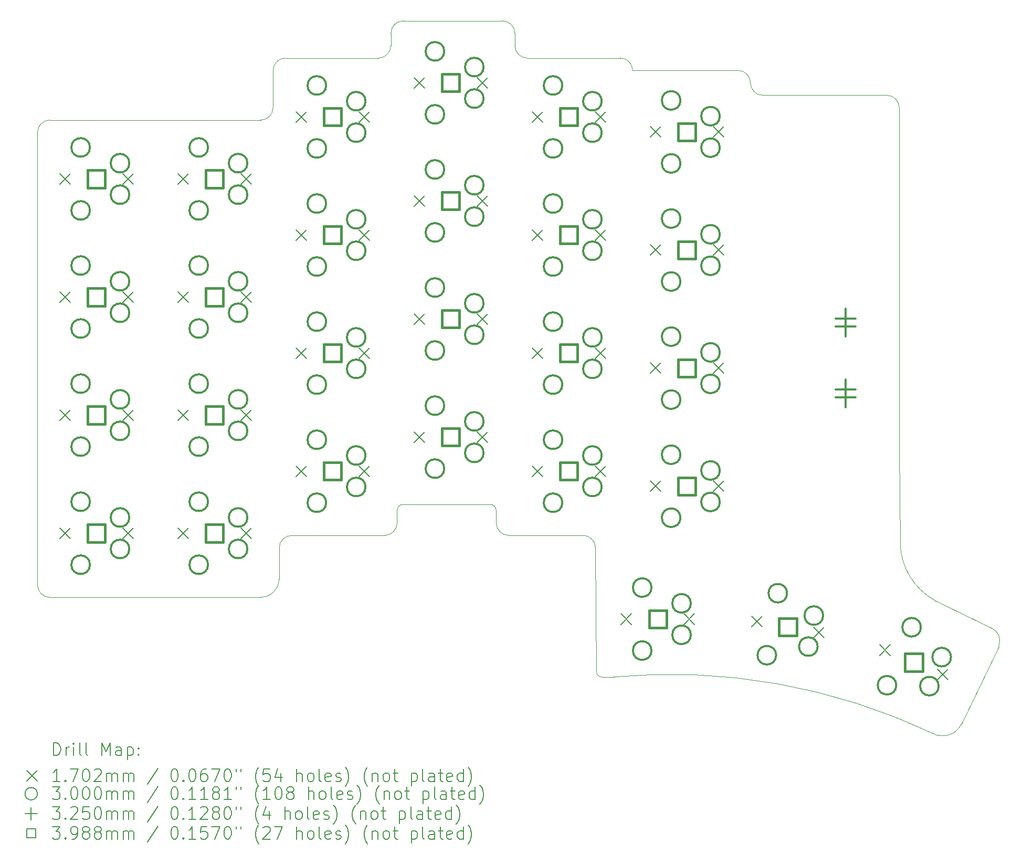
<source format=gbr>
%TF.GenerationSoftware,KiCad,Pcbnew,8.0.8*%
%TF.CreationDate,2025-02-11T03:27:08+10:00*%
%TF.ProjectId,wetsocks54k,77657473-6f63-46b7-9335-346b2e6b6963,2*%
%TF.SameCoordinates,Original*%
%TF.FileFunction,Drillmap*%
%TF.FilePolarity,Positive*%
%FSLAX45Y45*%
G04 Gerber Fmt 4.5, Leading zero omitted, Abs format (unit mm)*
G04 Created by KiCad (PCBNEW 8.0.8) date 2025-02-11 03:27:08*
%MOMM*%
%LPD*%
G01*
G04 APERTURE LIST*
%ADD10C,0.038100*%
%ADD11C,0.200000*%
%ADD12C,0.170180*%
%ADD13C,0.300000*%
%ADD14C,0.325000*%
%ADD15C,0.398780*%
G04 APERTURE END LIST*
D10*
X12445860Y-12636500D02*
X11245860Y-12636500D01*
X12662927Y-14836500D02*
X12645860Y-12836500D01*
X3645860Y-13436500D02*
X3645860Y-6136500D01*
X13045860Y-4936500D02*
G75*
G02*
X13245860Y-5136500I0J-200000D01*
G01*
X14945860Y-5136500D02*
G75*
G02*
X15145860Y-5336500I0J-200000D01*
G01*
X9445860Y-12236500D02*
G75*
G02*
X9545860Y-12136500I100000J0D01*
G01*
X17545860Y-5736500D02*
X17545860Y-11236500D01*
X3845860Y-13636500D02*
G75*
G02*
X3645860Y-13436500I0J200000D01*
G01*
X19041952Y-14134593D02*
G75*
G02*
X19148919Y-14430132I-96092J-201907D01*
G01*
X11045860Y-12436500D02*
X11045860Y-12236500D01*
X10945860Y-12136500D02*
G75*
G02*
X11045860Y-12236500I0J-100000D01*
G01*
X17545860Y-11236500D02*
X17561547Y-12758851D01*
X9445860Y-12236500D02*
X9445860Y-12436500D01*
X12759813Y-14918250D02*
X12944286Y-14919428D01*
X9345860Y-4736500D02*
X9345860Y-4536500D01*
X12759813Y-14918250D02*
G75*
G02*
X12662927Y-14836500I-13953J81751D01*
G01*
X7545860Y-12836500D02*
X7545860Y-13336500D01*
X3845860Y-5936500D02*
X7245860Y-5936500D01*
X9245860Y-12636500D02*
X7745860Y-12636500D01*
X13245860Y-5136500D02*
X14945860Y-5136500D01*
X7445860Y-5736500D02*
G75*
G02*
X7245860Y-5936500I-200000J0D01*
G01*
X11345860Y-4536500D02*
X11345860Y-4736500D01*
X11145860Y-4336500D02*
G75*
G02*
X11345860Y-4536500I0J-200000D01*
G01*
X18116017Y-13682810D02*
G75*
G02*
X17561546Y-12758851I529843J946310D01*
G01*
X11545860Y-4936500D02*
X13045860Y-4936500D01*
X18548991Y-15678928D02*
X19148919Y-14430132D01*
X9545860Y-4336500D02*
X11145860Y-4336500D01*
X7545860Y-13336500D02*
G75*
G02*
X7245860Y-13636500I-300000J0D01*
G01*
X7445860Y-5136500D02*
G75*
G02*
X7645860Y-4936500I200000J0D01*
G01*
X3645860Y-6136500D02*
G75*
G02*
X3845860Y-5936500I200000J0D01*
G01*
X7445860Y-5736500D02*
X7445860Y-5136500D01*
X11545860Y-4936500D02*
G75*
G02*
X11345860Y-4736500I0J200000D01*
G01*
X9445860Y-12436500D02*
G75*
G02*
X9245860Y-12636500I-200000J0D01*
G01*
X15345860Y-5536500D02*
X17145860Y-5536500D01*
X11245860Y-12636500D02*
G75*
G02*
X11045860Y-12436500I0J200000D01*
G01*
X10945860Y-12136500D02*
X9545860Y-12136500D01*
X19041952Y-14134593D02*
X18116017Y-13682810D01*
X9345860Y-4736500D02*
G75*
G02*
X9145860Y-4936500I-200000J0D01*
G01*
X12944286Y-14919428D02*
G75*
G02*
X18078926Y-15826857I907619J-9845046D01*
G01*
X7645860Y-4936500D02*
X9145860Y-4936500D01*
X15345860Y-5536500D02*
G75*
G02*
X15145860Y-5336500I0J200000D01*
G01*
X7545860Y-12836500D02*
G75*
G02*
X7745860Y-12636500I200000J0D01*
G01*
X9345860Y-4536500D02*
G75*
G02*
X9545860Y-4336500I200000J0D01*
G01*
X17145860Y-5536500D02*
X17345860Y-5536500D01*
X12445860Y-12636500D02*
G75*
G02*
X12645860Y-12836500I0J-200000D01*
G01*
X7145860Y-13636500D02*
X3845860Y-13636500D01*
X17345860Y-5536500D02*
G75*
G02*
X17545860Y-5736500I0J-200000D01*
G01*
X7145860Y-13636500D02*
X7245860Y-13636500D01*
X18548991Y-15678928D02*
G75*
G02*
X18078926Y-15826857I-303131J142428D01*
G01*
D11*
D12*
X4002770Y-6801410D02*
X4172950Y-6971590D01*
X4172950Y-6801410D02*
X4002770Y-6971590D01*
X4002770Y-8706410D02*
X4172950Y-8876590D01*
X4172950Y-8706410D02*
X4002770Y-8876590D01*
X4002770Y-10611410D02*
X4172950Y-10781590D01*
X4172950Y-10611410D02*
X4002770Y-10781590D01*
X4002770Y-12516410D02*
X4172950Y-12686590D01*
X4172950Y-12516410D02*
X4002770Y-12686590D01*
X5018770Y-6801410D02*
X5188950Y-6971590D01*
X5188950Y-6801410D02*
X5018770Y-6971590D01*
X5018770Y-8706410D02*
X5188950Y-8876590D01*
X5188950Y-8706410D02*
X5018770Y-8876590D01*
X5018770Y-10611410D02*
X5188950Y-10781590D01*
X5188950Y-10611410D02*
X5018770Y-10781590D01*
X5018770Y-12516410D02*
X5188950Y-12686590D01*
X5188950Y-12516410D02*
X5018770Y-12686590D01*
X5907770Y-8706410D02*
X6077950Y-8876590D01*
X6077950Y-8706410D02*
X5907770Y-8876590D01*
X5907770Y-10611410D02*
X6077950Y-10781590D01*
X6077950Y-10611410D02*
X5907770Y-10781590D01*
X5907770Y-12516410D02*
X6077950Y-12686590D01*
X6077950Y-12516410D02*
X5907770Y-12686590D01*
X5907770Y-6801410D02*
X6077950Y-6971590D01*
X6077950Y-6801410D02*
X5907770Y-6971590D01*
X6923770Y-8706410D02*
X7093950Y-8876590D01*
X7093950Y-8706410D02*
X6923770Y-8876590D01*
X6923770Y-10611410D02*
X7093950Y-10781590D01*
X7093950Y-10611410D02*
X6923770Y-10781590D01*
X6923770Y-12516410D02*
X7093950Y-12686590D01*
X7093950Y-12516410D02*
X6923770Y-12686590D01*
X6923770Y-6801410D02*
X7093950Y-6971590D01*
X7093950Y-6801410D02*
X6923770Y-6971590D01*
X7812770Y-5801410D02*
X7982950Y-5971590D01*
X7982950Y-5801410D02*
X7812770Y-5971590D01*
X7812770Y-7706410D02*
X7982950Y-7876590D01*
X7982950Y-7706410D02*
X7812770Y-7876590D01*
X7812770Y-9611410D02*
X7982950Y-9781590D01*
X7982950Y-9611410D02*
X7812770Y-9781590D01*
X7812770Y-11516410D02*
X7982950Y-11686590D01*
X7982950Y-11516410D02*
X7812770Y-11686590D01*
X8828770Y-5801410D02*
X8998950Y-5971590D01*
X8998950Y-5801410D02*
X8828770Y-5971590D01*
X8828770Y-7706410D02*
X8998950Y-7876590D01*
X8998950Y-7706410D02*
X8828770Y-7876590D01*
X8828770Y-9611410D02*
X8998950Y-9781590D01*
X8998950Y-9611410D02*
X8828770Y-9781590D01*
X8828770Y-11516410D02*
X8998950Y-11686590D01*
X8998950Y-11516410D02*
X8828770Y-11686590D01*
X9717770Y-5251410D02*
X9887950Y-5421590D01*
X9887950Y-5251410D02*
X9717770Y-5421590D01*
X9717770Y-7156410D02*
X9887950Y-7326590D01*
X9887950Y-7156410D02*
X9717770Y-7326590D01*
X9717770Y-9061410D02*
X9887950Y-9231590D01*
X9887950Y-9061410D02*
X9717770Y-9231590D01*
X9717770Y-10966410D02*
X9887950Y-11136590D01*
X9887950Y-10966410D02*
X9717770Y-11136590D01*
X10733770Y-5251410D02*
X10903950Y-5421590D01*
X10903950Y-5251410D02*
X10733770Y-5421590D01*
X10733770Y-7156410D02*
X10903950Y-7326590D01*
X10903950Y-7156410D02*
X10733770Y-7326590D01*
X10733770Y-9061410D02*
X10903950Y-9231590D01*
X10903950Y-9061410D02*
X10733770Y-9231590D01*
X10733770Y-10966410D02*
X10903950Y-11136590D01*
X10903950Y-10966410D02*
X10733770Y-11136590D01*
X11622770Y-5801410D02*
X11792950Y-5971590D01*
X11792950Y-5801410D02*
X11622770Y-5971590D01*
X11622770Y-7706410D02*
X11792950Y-7876590D01*
X11792950Y-7706410D02*
X11622770Y-7876590D01*
X11622770Y-9611410D02*
X11792950Y-9781590D01*
X11792950Y-9611410D02*
X11622770Y-9781590D01*
X11622770Y-11516410D02*
X11792950Y-11686590D01*
X11792950Y-11516410D02*
X11622770Y-11686590D01*
X12638770Y-5801410D02*
X12808950Y-5971590D01*
X12808950Y-5801410D02*
X12638770Y-5971590D01*
X12638770Y-7706410D02*
X12808950Y-7876590D01*
X12808950Y-7706410D02*
X12638770Y-7876590D01*
X12638770Y-9611410D02*
X12808950Y-9781590D01*
X12808950Y-9611410D02*
X12638770Y-9781590D01*
X12638770Y-11516410D02*
X12808950Y-11686590D01*
X12808950Y-11516410D02*
X12638770Y-11686590D01*
X13060410Y-13901410D02*
X13230590Y-14071590D01*
X13230590Y-13901410D02*
X13060410Y-14071590D01*
X13527770Y-6043410D02*
X13697950Y-6213590D01*
X13697950Y-6043410D02*
X13527770Y-6213590D01*
X13527770Y-7948410D02*
X13697950Y-8118590D01*
X13697950Y-7948410D02*
X13527770Y-8118590D01*
X13527770Y-9853410D02*
X13697950Y-10023590D01*
X13697950Y-9853410D02*
X13527770Y-10023590D01*
X13527770Y-11758410D02*
X13697950Y-11928590D01*
X13697950Y-11758410D02*
X13527770Y-11928590D01*
X14076410Y-13901410D02*
X14246590Y-14071590D01*
X14246590Y-13901410D02*
X14076410Y-14071590D01*
X14543770Y-6043410D02*
X14713950Y-6213590D01*
X14713950Y-6043410D02*
X14543770Y-6213590D01*
X14543770Y-7948410D02*
X14713950Y-8118590D01*
X14713950Y-7948410D02*
X14543770Y-8118590D01*
X14543770Y-9853410D02*
X14713950Y-10023590D01*
X14713950Y-9853410D02*
X14543770Y-10023590D01*
X14543770Y-11758410D02*
X14713950Y-11928590D01*
X14713950Y-11758410D02*
X14543770Y-11928590D01*
X15163532Y-13940197D02*
X15333712Y-14110377D01*
X15333712Y-13940197D02*
X15163532Y-14110377D01*
X16164096Y-14116623D02*
X16334276Y-14286803D01*
X16334276Y-14116623D02*
X16164096Y-14286803D01*
X17228294Y-14401489D02*
X17398474Y-14571669D01*
X17398474Y-14401489D02*
X17228294Y-14571669D01*
X18163527Y-14798472D02*
X18333707Y-14968652D01*
X18333707Y-14798472D02*
X18163527Y-14968652D01*
D13*
X4491860Y-6378500D02*
G75*
G02*
X4191860Y-6378500I-150000J0D01*
G01*
X4191860Y-6378500D02*
G75*
G02*
X4491860Y-6378500I150000J0D01*
G01*
X4491860Y-7394500D02*
G75*
G02*
X4191860Y-7394500I-150000J0D01*
G01*
X4191860Y-7394500D02*
G75*
G02*
X4491860Y-7394500I150000J0D01*
G01*
X4491860Y-8283500D02*
G75*
G02*
X4191860Y-8283500I-150000J0D01*
G01*
X4191860Y-8283500D02*
G75*
G02*
X4491860Y-8283500I150000J0D01*
G01*
X4491860Y-9299500D02*
G75*
G02*
X4191860Y-9299500I-150000J0D01*
G01*
X4191860Y-9299500D02*
G75*
G02*
X4491860Y-9299500I150000J0D01*
G01*
X4491860Y-10188500D02*
G75*
G02*
X4191860Y-10188500I-150000J0D01*
G01*
X4191860Y-10188500D02*
G75*
G02*
X4491860Y-10188500I150000J0D01*
G01*
X4491860Y-11204500D02*
G75*
G02*
X4191860Y-11204500I-150000J0D01*
G01*
X4191860Y-11204500D02*
G75*
G02*
X4491860Y-11204500I150000J0D01*
G01*
X4491860Y-12093500D02*
G75*
G02*
X4191860Y-12093500I-150000J0D01*
G01*
X4191860Y-12093500D02*
G75*
G02*
X4491860Y-12093500I150000J0D01*
G01*
X4491860Y-13109500D02*
G75*
G02*
X4191860Y-13109500I-150000J0D01*
G01*
X4191860Y-13109500D02*
G75*
G02*
X4491860Y-13109500I150000J0D01*
G01*
X5126860Y-6632500D02*
G75*
G02*
X4826860Y-6632500I-150000J0D01*
G01*
X4826860Y-6632500D02*
G75*
G02*
X5126860Y-6632500I150000J0D01*
G01*
X5126860Y-7140500D02*
G75*
G02*
X4826860Y-7140500I-150000J0D01*
G01*
X4826860Y-7140500D02*
G75*
G02*
X5126860Y-7140500I150000J0D01*
G01*
X5126860Y-8537500D02*
G75*
G02*
X4826860Y-8537500I-150000J0D01*
G01*
X4826860Y-8537500D02*
G75*
G02*
X5126860Y-8537500I150000J0D01*
G01*
X5126860Y-9045500D02*
G75*
G02*
X4826860Y-9045500I-150000J0D01*
G01*
X4826860Y-9045500D02*
G75*
G02*
X5126860Y-9045500I150000J0D01*
G01*
X5126860Y-10442500D02*
G75*
G02*
X4826860Y-10442500I-150000J0D01*
G01*
X4826860Y-10442500D02*
G75*
G02*
X5126860Y-10442500I150000J0D01*
G01*
X5126860Y-10950500D02*
G75*
G02*
X4826860Y-10950500I-150000J0D01*
G01*
X4826860Y-10950500D02*
G75*
G02*
X5126860Y-10950500I150000J0D01*
G01*
X5126860Y-12347500D02*
G75*
G02*
X4826860Y-12347500I-150000J0D01*
G01*
X4826860Y-12347500D02*
G75*
G02*
X5126860Y-12347500I150000J0D01*
G01*
X5126860Y-12855500D02*
G75*
G02*
X4826860Y-12855500I-150000J0D01*
G01*
X4826860Y-12855500D02*
G75*
G02*
X5126860Y-12855500I150000J0D01*
G01*
X6396860Y-8283500D02*
G75*
G02*
X6096860Y-8283500I-150000J0D01*
G01*
X6096860Y-8283500D02*
G75*
G02*
X6396860Y-8283500I150000J0D01*
G01*
X6396860Y-9299500D02*
G75*
G02*
X6096860Y-9299500I-150000J0D01*
G01*
X6096860Y-9299500D02*
G75*
G02*
X6396860Y-9299500I150000J0D01*
G01*
X6396860Y-10188500D02*
G75*
G02*
X6096860Y-10188500I-150000J0D01*
G01*
X6096860Y-10188500D02*
G75*
G02*
X6396860Y-10188500I150000J0D01*
G01*
X6396860Y-11204500D02*
G75*
G02*
X6096860Y-11204500I-150000J0D01*
G01*
X6096860Y-11204500D02*
G75*
G02*
X6396860Y-11204500I150000J0D01*
G01*
X6396860Y-12093500D02*
G75*
G02*
X6096860Y-12093500I-150000J0D01*
G01*
X6096860Y-12093500D02*
G75*
G02*
X6396860Y-12093500I150000J0D01*
G01*
X6396860Y-13109500D02*
G75*
G02*
X6096860Y-13109500I-150000J0D01*
G01*
X6096860Y-13109500D02*
G75*
G02*
X6396860Y-13109500I150000J0D01*
G01*
X6396860Y-6378500D02*
G75*
G02*
X6096860Y-6378500I-150000J0D01*
G01*
X6096860Y-6378500D02*
G75*
G02*
X6396860Y-6378500I150000J0D01*
G01*
X6396860Y-7394500D02*
G75*
G02*
X6096860Y-7394500I-150000J0D01*
G01*
X6096860Y-7394500D02*
G75*
G02*
X6396860Y-7394500I150000J0D01*
G01*
X7031860Y-8537500D02*
G75*
G02*
X6731860Y-8537500I-150000J0D01*
G01*
X6731860Y-8537500D02*
G75*
G02*
X7031860Y-8537500I150000J0D01*
G01*
X7031860Y-9045500D02*
G75*
G02*
X6731860Y-9045500I-150000J0D01*
G01*
X6731860Y-9045500D02*
G75*
G02*
X7031860Y-9045500I150000J0D01*
G01*
X7031860Y-10442500D02*
G75*
G02*
X6731860Y-10442500I-150000J0D01*
G01*
X6731860Y-10442500D02*
G75*
G02*
X7031860Y-10442500I150000J0D01*
G01*
X7031860Y-10950500D02*
G75*
G02*
X6731860Y-10950500I-150000J0D01*
G01*
X6731860Y-10950500D02*
G75*
G02*
X7031860Y-10950500I150000J0D01*
G01*
X7031860Y-12347500D02*
G75*
G02*
X6731860Y-12347500I-150000J0D01*
G01*
X6731860Y-12347500D02*
G75*
G02*
X7031860Y-12347500I150000J0D01*
G01*
X7031860Y-12855500D02*
G75*
G02*
X6731860Y-12855500I-150000J0D01*
G01*
X6731860Y-12855500D02*
G75*
G02*
X7031860Y-12855500I150000J0D01*
G01*
X7031860Y-6632500D02*
G75*
G02*
X6731860Y-6632500I-150000J0D01*
G01*
X6731860Y-6632500D02*
G75*
G02*
X7031860Y-6632500I150000J0D01*
G01*
X7031860Y-7140500D02*
G75*
G02*
X6731860Y-7140500I-150000J0D01*
G01*
X6731860Y-7140500D02*
G75*
G02*
X7031860Y-7140500I150000J0D01*
G01*
X8301860Y-5378500D02*
G75*
G02*
X8001860Y-5378500I-150000J0D01*
G01*
X8001860Y-5378500D02*
G75*
G02*
X8301860Y-5378500I150000J0D01*
G01*
X8301860Y-6394500D02*
G75*
G02*
X8001860Y-6394500I-150000J0D01*
G01*
X8001860Y-6394500D02*
G75*
G02*
X8301860Y-6394500I150000J0D01*
G01*
X8301860Y-7283500D02*
G75*
G02*
X8001860Y-7283500I-150000J0D01*
G01*
X8001860Y-7283500D02*
G75*
G02*
X8301860Y-7283500I150000J0D01*
G01*
X8301860Y-8299500D02*
G75*
G02*
X8001860Y-8299500I-150000J0D01*
G01*
X8001860Y-8299500D02*
G75*
G02*
X8301860Y-8299500I150000J0D01*
G01*
X8301860Y-9188500D02*
G75*
G02*
X8001860Y-9188500I-150000J0D01*
G01*
X8001860Y-9188500D02*
G75*
G02*
X8301860Y-9188500I150000J0D01*
G01*
X8301860Y-10204500D02*
G75*
G02*
X8001860Y-10204500I-150000J0D01*
G01*
X8001860Y-10204500D02*
G75*
G02*
X8301860Y-10204500I150000J0D01*
G01*
X8301860Y-11093500D02*
G75*
G02*
X8001860Y-11093500I-150000J0D01*
G01*
X8001860Y-11093500D02*
G75*
G02*
X8301860Y-11093500I150000J0D01*
G01*
X8301860Y-12109500D02*
G75*
G02*
X8001860Y-12109500I-150000J0D01*
G01*
X8001860Y-12109500D02*
G75*
G02*
X8301860Y-12109500I150000J0D01*
G01*
X8936860Y-5632500D02*
G75*
G02*
X8636860Y-5632500I-150000J0D01*
G01*
X8636860Y-5632500D02*
G75*
G02*
X8936860Y-5632500I150000J0D01*
G01*
X8936860Y-6140500D02*
G75*
G02*
X8636860Y-6140500I-150000J0D01*
G01*
X8636860Y-6140500D02*
G75*
G02*
X8936860Y-6140500I150000J0D01*
G01*
X8936860Y-7537500D02*
G75*
G02*
X8636860Y-7537500I-150000J0D01*
G01*
X8636860Y-7537500D02*
G75*
G02*
X8936860Y-7537500I150000J0D01*
G01*
X8936860Y-8045500D02*
G75*
G02*
X8636860Y-8045500I-150000J0D01*
G01*
X8636860Y-8045500D02*
G75*
G02*
X8936860Y-8045500I150000J0D01*
G01*
X8936860Y-9442500D02*
G75*
G02*
X8636860Y-9442500I-150000J0D01*
G01*
X8636860Y-9442500D02*
G75*
G02*
X8936860Y-9442500I150000J0D01*
G01*
X8936860Y-9950500D02*
G75*
G02*
X8636860Y-9950500I-150000J0D01*
G01*
X8636860Y-9950500D02*
G75*
G02*
X8936860Y-9950500I150000J0D01*
G01*
X8936860Y-11347500D02*
G75*
G02*
X8636860Y-11347500I-150000J0D01*
G01*
X8636860Y-11347500D02*
G75*
G02*
X8936860Y-11347500I150000J0D01*
G01*
X8936860Y-11855500D02*
G75*
G02*
X8636860Y-11855500I-150000J0D01*
G01*
X8636860Y-11855500D02*
G75*
G02*
X8936860Y-11855500I150000J0D01*
G01*
X10206860Y-4828500D02*
G75*
G02*
X9906860Y-4828500I-150000J0D01*
G01*
X9906860Y-4828500D02*
G75*
G02*
X10206860Y-4828500I150000J0D01*
G01*
X10206860Y-5844500D02*
G75*
G02*
X9906860Y-5844500I-150000J0D01*
G01*
X9906860Y-5844500D02*
G75*
G02*
X10206860Y-5844500I150000J0D01*
G01*
X10206860Y-6733500D02*
G75*
G02*
X9906860Y-6733500I-150000J0D01*
G01*
X9906860Y-6733500D02*
G75*
G02*
X10206860Y-6733500I150000J0D01*
G01*
X10206860Y-7749500D02*
G75*
G02*
X9906860Y-7749500I-150000J0D01*
G01*
X9906860Y-7749500D02*
G75*
G02*
X10206860Y-7749500I150000J0D01*
G01*
X10206860Y-8638500D02*
G75*
G02*
X9906860Y-8638500I-150000J0D01*
G01*
X9906860Y-8638500D02*
G75*
G02*
X10206860Y-8638500I150000J0D01*
G01*
X10206860Y-9654500D02*
G75*
G02*
X9906860Y-9654500I-150000J0D01*
G01*
X9906860Y-9654500D02*
G75*
G02*
X10206860Y-9654500I150000J0D01*
G01*
X10206860Y-10543500D02*
G75*
G02*
X9906860Y-10543500I-150000J0D01*
G01*
X9906860Y-10543500D02*
G75*
G02*
X10206860Y-10543500I150000J0D01*
G01*
X10206860Y-11559500D02*
G75*
G02*
X9906860Y-11559500I-150000J0D01*
G01*
X9906860Y-11559500D02*
G75*
G02*
X10206860Y-11559500I150000J0D01*
G01*
X10841860Y-5082500D02*
G75*
G02*
X10541860Y-5082500I-150000J0D01*
G01*
X10541860Y-5082500D02*
G75*
G02*
X10841860Y-5082500I150000J0D01*
G01*
X10841860Y-5590500D02*
G75*
G02*
X10541860Y-5590500I-150000J0D01*
G01*
X10541860Y-5590500D02*
G75*
G02*
X10841860Y-5590500I150000J0D01*
G01*
X10841860Y-6987500D02*
G75*
G02*
X10541860Y-6987500I-150000J0D01*
G01*
X10541860Y-6987500D02*
G75*
G02*
X10841860Y-6987500I150000J0D01*
G01*
X10841860Y-7495500D02*
G75*
G02*
X10541860Y-7495500I-150000J0D01*
G01*
X10541860Y-7495500D02*
G75*
G02*
X10841860Y-7495500I150000J0D01*
G01*
X10841860Y-8892500D02*
G75*
G02*
X10541860Y-8892500I-150000J0D01*
G01*
X10541860Y-8892500D02*
G75*
G02*
X10841860Y-8892500I150000J0D01*
G01*
X10841860Y-9400500D02*
G75*
G02*
X10541860Y-9400500I-150000J0D01*
G01*
X10541860Y-9400500D02*
G75*
G02*
X10841860Y-9400500I150000J0D01*
G01*
X10841860Y-10797500D02*
G75*
G02*
X10541860Y-10797500I-150000J0D01*
G01*
X10541860Y-10797500D02*
G75*
G02*
X10841860Y-10797500I150000J0D01*
G01*
X10841860Y-11305500D02*
G75*
G02*
X10541860Y-11305500I-150000J0D01*
G01*
X10541860Y-11305500D02*
G75*
G02*
X10841860Y-11305500I150000J0D01*
G01*
X12111860Y-5378500D02*
G75*
G02*
X11811860Y-5378500I-150000J0D01*
G01*
X11811860Y-5378500D02*
G75*
G02*
X12111860Y-5378500I150000J0D01*
G01*
X12111860Y-6394500D02*
G75*
G02*
X11811860Y-6394500I-150000J0D01*
G01*
X11811860Y-6394500D02*
G75*
G02*
X12111860Y-6394500I150000J0D01*
G01*
X12111860Y-7283500D02*
G75*
G02*
X11811860Y-7283500I-150000J0D01*
G01*
X11811860Y-7283500D02*
G75*
G02*
X12111860Y-7283500I150000J0D01*
G01*
X12111860Y-8299500D02*
G75*
G02*
X11811860Y-8299500I-150000J0D01*
G01*
X11811860Y-8299500D02*
G75*
G02*
X12111860Y-8299500I150000J0D01*
G01*
X12111860Y-9188500D02*
G75*
G02*
X11811860Y-9188500I-150000J0D01*
G01*
X11811860Y-9188500D02*
G75*
G02*
X12111860Y-9188500I150000J0D01*
G01*
X12111860Y-10204500D02*
G75*
G02*
X11811860Y-10204500I-150000J0D01*
G01*
X11811860Y-10204500D02*
G75*
G02*
X12111860Y-10204500I150000J0D01*
G01*
X12111860Y-11093500D02*
G75*
G02*
X11811860Y-11093500I-150000J0D01*
G01*
X11811860Y-11093500D02*
G75*
G02*
X12111860Y-11093500I150000J0D01*
G01*
X12111860Y-12109500D02*
G75*
G02*
X11811860Y-12109500I-150000J0D01*
G01*
X11811860Y-12109500D02*
G75*
G02*
X12111860Y-12109500I150000J0D01*
G01*
X12746860Y-5632500D02*
G75*
G02*
X12446860Y-5632500I-150000J0D01*
G01*
X12446860Y-5632500D02*
G75*
G02*
X12746860Y-5632500I150000J0D01*
G01*
X12746860Y-6140500D02*
G75*
G02*
X12446860Y-6140500I-150000J0D01*
G01*
X12446860Y-6140500D02*
G75*
G02*
X12746860Y-6140500I150000J0D01*
G01*
X12746860Y-7537500D02*
G75*
G02*
X12446860Y-7537500I-150000J0D01*
G01*
X12446860Y-7537500D02*
G75*
G02*
X12746860Y-7537500I150000J0D01*
G01*
X12746860Y-8045500D02*
G75*
G02*
X12446860Y-8045500I-150000J0D01*
G01*
X12446860Y-8045500D02*
G75*
G02*
X12746860Y-8045500I150000J0D01*
G01*
X12746860Y-9442500D02*
G75*
G02*
X12446860Y-9442500I-150000J0D01*
G01*
X12446860Y-9442500D02*
G75*
G02*
X12746860Y-9442500I150000J0D01*
G01*
X12746860Y-9950500D02*
G75*
G02*
X12446860Y-9950500I-150000J0D01*
G01*
X12446860Y-9950500D02*
G75*
G02*
X12746860Y-9950500I150000J0D01*
G01*
X12746860Y-11347500D02*
G75*
G02*
X12446860Y-11347500I-150000J0D01*
G01*
X12446860Y-11347500D02*
G75*
G02*
X12746860Y-11347500I150000J0D01*
G01*
X12746860Y-11855500D02*
G75*
G02*
X12446860Y-11855500I-150000J0D01*
G01*
X12446860Y-11855500D02*
G75*
G02*
X12746860Y-11855500I150000J0D01*
G01*
X13549500Y-13478500D02*
G75*
G02*
X13249500Y-13478500I-150000J0D01*
G01*
X13249500Y-13478500D02*
G75*
G02*
X13549500Y-13478500I150000J0D01*
G01*
X13549500Y-14494500D02*
G75*
G02*
X13249500Y-14494500I-150000J0D01*
G01*
X13249500Y-14494500D02*
G75*
G02*
X13549500Y-14494500I150000J0D01*
G01*
X14016860Y-5620500D02*
G75*
G02*
X13716860Y-5620500I-150000J0D01*
G01*
X13716860Y-5620500D02*
G75*
G02*
X14016860Y-5620500I150000J0D01*
G01*
X14016860Y-6636500D02*
G75*
G02*
X13716860Y-6636500I-150000J0D01*
G01*
X13716860Y-6636500D02*
G75*
G02*
X14016860Y-6636500I150000J0D01*
G01*
X14016860Y-7525500D02*
G75*
G02*
X13716860Y-7525500I-150000J0D01*
G01*
X13716860Y-7525500D02*
G75*
G02*
X14016860Y-7525500I150000J0D01*
G01*
X14016860Y-8541500D02*
G75*
G02*
X13716860Y-8541500I-150000J0D01*
G01*
X13716860Y-8541500D02*
G75*
G02*
X14016860Y-8541500I150000J0D01*
G01*
X14016860Y-9430500D02*
G75*
G02*
X13716860Y-9430500I-150000J0D01*
G01*
X13716860Y-9430500D02*
G75*
G02*
X14016860Y-9430500I150000J0D01*
G01*
X14016860Y-10446500D02*
G75*
G02*
X13716860Y-10446500I-150000J0D01*
G01*
X13716860Y-10446500D02*
G75*
G02*
X14016860Y-10446500I150000J0D01*
G01*
X14016860Y-11335500D02*
G75*
G02*
X13716860Y-11335500I-150000J0D01*
G01*
X13716860Y-11335500D02*
G75*
G02*
X14016860Y-11335500I150000J0D01*
G01*
X14016860Y-12351500D02*
G75*
G02*
X13716860Y-12351500I-150000J0D01*
G01*
X13716860Y-12351500D02*
G75*
G02*
X14016860Y-12351500I150000J0D01*
G01*
X14184500Y-13732500D02*
G75*
G02*
X13884500Y-13732500I-150000J0D01*
G01*
X13884500Y-13732500D02*
G75*
G02*
X14184500Y-13732500I150000J0D01*
G01*
X14184500Y-14240500D02*
G75*
G02*
X13884500Y-14240500I-150000J0D01*
G01*
X13884500Y-14240500D02*
G75*
G02*
X14184500Y-14240500I150000J0D01*
G01*
X14651860Y-5874500D02*
G75*
G02*
X14351860Y-5874500I-150000J0D01*
G01*
X14351860Y-5874500D02*
G75*
G02*
X14651860Y-5874500I150000J0D01*
G01*
X14651860Y-6382500D02*
G75*
G02*
X14351860Y-6382500I-150000J0D01*
G01*
X14351860Y-6382500D02*
G75*
G02*
X14651860Y-6382500I150000J0D01*
G01*
X14651860Y-7779500D02*
G75*
G02*
X14351860Y-7779500I-150000J0D01*
G01*
X14351860Y-7779500D02*
G75*
G02*
X14651860Y-7779500I150000J0D01*
G01*
X14651860Y-8287500D02*
G75*
G02*
X14351860Y-8287500I-150000J0D01*
G01*
X14351860Y-8287500D02*
G75*
G02*
X14651860Y-8287500I150000J0D01*
G01*
X14651860Y-9684500D02*
G75*
G02*
X14351860Y-9684500I-150000J0D01*
G01*
X14351860Y-9684500D02*
G75*
G02*
X14651860Y-9684500I150000J0D01*
G01*
X14651860Y-10192500D02*
G75*
G02*
X14351860Y-10192500I-150000J0D01*
G01*
X14351860Y-10192500D02*
G75*
G02*
X14651860Y-10192500I150000J0D01*
G01*
X14651860Y-11589500D02*
G75*
G02*
X14351860Y-11589500I-150000J0D01*
G01*
X14351860Y-11589500D02*
G75*
G02*
X14651860Y-11589500I150000J0D01*
G01*
X14651860Y-12097500D02*
G75*
G02*
X14351860Y-12097500I-150000J0D01*
G01*
X14351860Y-12097500D02*
G75*
G02*
X14651860Y-12097500I150000J0D01*
G01*
X15560550Y-14569676D02*
G75*
G02*
X15260550Y-14569676I-150000J0D01*
G01*
X15260550Y-14569676D02*
G75*
G02*
X15560550Y-14569676I150000J0D01*
G01*
X15736976Y-13569111D02*
G75*
G02*
X15436976Y-13569111I-150000J0D01*
G01*
X15436976Y-13569111D02*
G75*
G02*
X15736976Y-13569111I150000J0D01*
G01*
X16230009Y-14429801D02*
G75*
G02*
X15930009Y-14429801I-150000J0D01*
G01*
X15930009Y-14429801D02*
G75*
G02*
X16230009Y-14429801I150000J0D01*
G01*
X16318222Y-13929519D02*
G75*
G02*
X16018222Y-13929519I-150000J0D01*
G01*
X16018222Y-13929519D02*
G75*
G02*
X16318222Y-13929519I150000J0D01*
G01*
X17498700Y-15053442D02*
G75*
G02*
X17198700Y-15053442I-150000J0D01*
G01*
X17198700Y-15053442D02*
G75*
G02*
X17498700Y-15053442I150000J0D01*
G01*
X17895683Y-14118209D02*
G75*
G02*
X17595683Y-14118209I-150000J0D01*
G01*
X17595683Y-14118209D02*
G75*
G02*
X17895683Y-14118209I150000J0D01*
G01*
X18182467Y-15067748D02*
G75*
G02*
X17882467Y-15067748I-150000J0D01*
G01*
X17882467Y-15067748D02*
G75*
G02*
X18182467Y-15067748I150000J0D01*
G01*
X18380958Y-14600131D02*
G75*
G02*
X18080958Y-14600131I-150000J0D01*
G01*
X18080958Y-14600131D02*
G75*
G02*
X18380958Y-14600131I150000J0D01*
G01*
D14*
X16682860Y-8977500D02*
X16682860Y-9302500D01*
X16520360Y-9140000D02*
X16845360Y-9140000D01*
X16682860Y-9104500D02*
X16682860Y-9429500D01*
X16520360Y-9267000D02*
X16845360Y-9267000D01*
X16682860Y-10120500D02*
X16682860Y-10445500D01*
X16520360Y-10283000D02*
X16845360Y-10283000D01*
X16682860Y-10247500D02*
X16682860Y-10572500D01*
X16520360Y-10410000D02*
X16845360Y-10410000D01*
D15*
X4736851Y-7027491D02*
X4736851Y-6745509D01*
X4454869Y-6745509D01*
X4454869Y-7027491D01*
X4736851Y-7027491D01*
X4736851Y-8932491D02*
X4736851Y-8650509D01*
X4454869Y-8650509D01*
X4454869Y-8932491D01*
X4736851Y-8932491D01*
X4736851Y-10837491D02*
X4736851Y-10555509D01*
X4454869Y-10555509D01*
X4454869Y-10837491D01*
X4736851Y-10837491D01*
X4736851Y-12742491D02*
X4736851Y-12460509D01*
X4454869Y-12460509D01*
X4454869Y-12742491D01*
X4736851Y-12742491D01*
X6641851Y-8932491D02*
X6641851Y-8650509D01*
X6359869Y-8650509D01*
X6359869Y-8932491D01*
X6641851Y-8932491D01*
X6641851Y-10837491D02*
X6641851Y-10555509D01*
X6359869Y-10555509D01*
X6359869Y-10837491D01*
X6641851Y-10837491D01*
X6641851Y-12742491D02*
X6641851Y-12460509D01*
X6359869Y-12460509D01*
X6359869Y-12742491D01*
X6641851Y-12742491D01*
X6641851Y-7027491D02*
X6641851Y-6745509D01*
X6359869Y-6745509D01*
X6359869Y-7027491D01*
X6641851Y-7027491D01*
X8546851Y-6027491D02*
X8546851Y-5745509D01*
X8264869Y-5745509D01*
X8264869Y-6027491D01*
X8546851Y-6027491D01*
X8546851Y-7932491D02*
X8546851Y-7650509D01*
X8264869Y-7650509D01*
X8264869Y-7932491D01*
X8546851Y-7932491D01*
X8546851Y-9837491D02*
X8546851Y-9555509D01*
X8264869Y-9555509D01*
X8264869Y-9837491D01*
X8546851Y-9837491D01*
X8546851Y-11742491D02*
X8546851Y-11460509D01*
X8264869Y-11460509D01*
X8264869Y-11742491D01*
X8546851Y-11742491D01*
X10451851Y-5477491D02*
X10451851Y-5195509D01*
X10169869Y-5195509D01*
X10169869Y-5477491D01*
X10451851Y-5477491D01*
X10451851Y-7382491D02*
X10451851Y-7100509D01*
X10169869Y-7100509D01*
X10169869Y-7382491D01*
X10451851Y-7382491D01*
X10451851Y-9287491D02*
X10451851Y-9005509D01*
X10169869Y-9005509D01*
X10169869Y-9287491D01*
X10451851Y-9287491D01*
X10451851Y-11192491D02*
X10451851Y-10910509D01*
X10169869Y-10910509D01*
X10169869Y-11192491D01*
X10451851Y-11192491D01*
X12356851Y-6027491D02*
X12356851Y-5745509D01*
X12074869Y-5745509D01*
X12074869Y-6027491D01*
X12356851Y-6027491D01*
X12356851Y-7932491D02*
X12356851Y-7650509D01*
X12074869Y-7650509D01*
X12074869Y-7932491D01*
X12356851Y-7932491D01*
X12356851Y-9837491D02*
X12356851Y-9555509D01*
X12074869Y-9555509D01*
X12074869Y-9837491D01*
X12356851Y-9837491D01*
X12356851Y-11742491D02*
X12356851Y-11460509D01*
X12074869Y-11460509D01*
X12074869Y-11742491D01*
X12356851Y-11742491D01*
X13794491Y-14127491D02*
X13794491Y-13845509D01*
X13512509Y-13845509D01*
X13512509Y-14127491D01*
X13794491Y-14127491D01*
X14261851Y-6269491D02*
X14261851Y-5987509D01*
X13979869Y-5987509D01*
X13979869Y-6269491D01*
X14261851Y-6269491D01*
X14261851Y-8174491D02*
X14261851Y-7892509D01*
X13979869Y-7892509D01*
X13979869Y-8174491D01*
X14261851Y-8174491D01*
X14261851Y-10079491D02*
X14261851Y-9797509D01*
X13979869Y-9797509D01*
X13979869Y-10079491D01*
X14261851Y-10079491D01*
X14261851Y-11984491D02*
X14261851Y-11702509D01*
X13979869Y-11702509D01*
X13979869Y-11984491D01*
X14261851Y-11984491D01*
X15889895Y-14254491D02*
X15889895Y-13972509D01*
X15607913Y-13972509D01*
X15607913Y-14254491D01*
X15889895Y-14254491D01*
X17921991Y-14826062D02*
X17921991Y-14544079D01*
X17640009Y-14544079D01*
X17640009Y-14826062D01*
X17921991Y-14826062D01*
D11*
X3904732Y-16184813D02*
X3904732Y-15984813D01*
X3904732Y-15984813D02*
X3952351Y-15984813D01*
X3952351Y-15984813D02*
X3980922Y-15994337D01*
X3980922Y-15994337D02*
X3999970Y-16013384D01*
X3999970Y-16013384D02*
X4009494Y-16032432D01*
X4009494Y-16032432D02*
X4019017Y-16070527D01*
X4019017Y-16070527D02*
X4019017Y-16099099D01*
X4019017Y-16099099D02*
X4009494Y-16137194D01*
X4009494Y-16137194D02*
X3999970Y-16156241D01*
X3999970Y-16156241D02*
X3980922Y-16175289D01*
X3980922Y-16175289D02*
X3952351Y-16184813D01*
X3952351Y-16184813D02*
X3904732Y-16184813D01*
X4104732Y-16184813D02*
X4104732Y-16051479D01*
X4104732Y-16089575D02*
X4114256Y-16070527D01*
X4114256Y-16070527D02*
X4123779Y-16061003D01*
X4123779Y-16061003D02*
X4142827Y-16051479D01*
X4142827Y-16051479D02*
X4161875Y-16051479D01*
X4228541Y-16184813D02*
X4228541Y-16051479D01*
X4228541Y-15984813D02*
X4219018Y-15994337D01*
X4219018Y-15994337D02*
X4228541Y-16003860D01*
X4228541Y-16003860D02*
X4238065Y-15994337D01*
X4238065Y-15994337D02*
X4228541Y-15984813D01*
X4228541Y-15984813D02*
X4228541Y-16003860D01*
X4352351Y-16184813D02*
X4333303Y-16175289D01*
X4333303Y-16175289D02*
X4323779Y-16156241D01*
X4323779Y-16156241D02*
X4323779Y-15984813D01*
X4457113Y-16184813D02*
X4438065Y-16175289D01*
X4438065Y-16175289D02*
X4428541Y-16156241D01*
X4428541Y-16156241D02*
X4428541Y-15984813D01*
X4685684Y-16184813D02*
X4685684Y-15984813D01*
X4685684Y-15984813D02*
X4752351Y-16127670D01*
X4752351Y-16127670D02*
X4819018Y-15984813D01*
X4819018Y-15984813D02*
X4819018Y-16184813D01*
X4999970Y-16184813D02*
X4999970Y-16080051D01*
X4999970Y-16080051D02*
X4990446Y-16061003D01*
X4990446Y-16061003D02*
X4971399Y-16051479D01*
X4971399Y-16051479D02*
X4933303Y-16051479D01*
X4933303Y-16051479D02*
X4914256Y-16061003D01*
X4999970Y-16175289D02*
X4980922Y-16184813D01*
X4980922Y-16184813D02*
X4933303Y-16184813D01*
X4933303Y-16184813D02*
X4914256Y-16175289D01*
X4914256Y-16175289D02*
X4904732Y-16156241D01*
X4904732Y-16156241D02*
X4904732Y-16137194D01*
X4904732Y-16137194D02*
X4914256Y-16118146D01*
X4914256Y-16118146D02*
X4933303Y-16108622D01*
X4933303Y-16108622D02*
X4980922Y-16108622D01*
X4980922Y-16108622D02*
X4999970Y-16099099D01*
X5095208Y-16051479D02*
X5095208Y-16251479D01*
X5095208Y-16061003D02*
X5114256Y-16051479D01*
X5114256Y-16051479D02*
X5152351Y-16051479D01*
X5152351Y-16051479D02*
X5171399Y-16061003D01*
X5171399Y-16061003D02*
X5180922Y-16070527D01*
X5180922Y-16070527D02*
X5190446Y-16089575D01*
X5190446Y-16089575D02*
X5190446Y-16146718D01*
X5190446Y-16146718D02*
X5180922Y-16165765D01*
X5180922Y-16165765D02*
X5171399Y-16175289D01*
X5171399Y-16175289D02*
X5152351Y-16184813D01*
X5152351Y-16184813D02*
X5114256Y-16184813D01*
X5114256Y-16184813D02*
X5095208Y-16175289D01*
X5276160Y-16165765D02*
X5285684Y-16175289D01*
X5285684Y-16175289D02*
X5276160Y-16184813D01*
X5276160Y-16184813D02*
X5266637Y-16175289D01*
X5266637Y-16175289D02*
X5276160Y-16165765D01*
X5276160Y-16165765D02*
X5276160Y-16184813D01*
X5276160Y-16061003D02*
X5285684Y-16070527D01*
X5285684Y-16070527D02*
X5276160Y-16080051D01*
X5276160Y-16080051D02*
X5266637Y-16070527D01*
X5266637Y-16070527D02*
X5276160Y-16061003D01*
X5276160Y-16061003D02*
X5276160Y-16080051D01*
D12*
X3473775Y-16428239D02*
X3643955Y-16598419D01*
X3643955Y-16428239D02*
X3473775Y-16598419D01*
D11*
X4009494Y-16604813D02*
X3895208Y-16604813D01*
X3952351Y-16604813D02*
X3952351Y-16404813D01*
X3952351Y-16404813D02*
X3933303Y-16433384D01*
X3933303Y-16433384D02*
X3914256Y-16452432D01*
X3914256Y-16452432D02*
X3895208Y-16461956D01*
X4095208Y-16585765D02*
X4104732Y-16595289D01*
X4104732Y-16595289D02*
X4095208Y-16604813D01*
X4095208Y-16604813D02*
X4085684Y-16595289D01*
X4085684Y-16595289D02*
X4095208Y-16585765D01*
X4095208Y-16585765D02*
X4095208Y-16604813D01*
X4171398Y-16404813D02*
X4304732Y-16404813D01*
X4304732Y-16404813D02*
X4219018Y-16604813D01*
X4419018Y-16404813D02*
X4438065Y-16404813D01*
X4438065Y-16404813D02*
X4457113Y-16414337D01*
X4457113Y-16414337D02*
X4466637Y-16423860D01*
X4466637Y-16423860D02*
X4476160Y-16442908D01*
X4476160Y-16442908D02*
X4485684Y-16481003D01*
X4485684Y-16481003D02*
X4485684Y-16528622D01*
X4485684Y-16528622D02*
X4476160Y-16566718D01*
X4476160Y-16566718D02*
X4466637Y-16585765D01*
X4466637Y-16585765D02*
X4457113Y-16595289D01*
X4457113Y-16595289D02*
X4438065Y-16604813D01*
X4438065Y-16604813D02*
X4419018Y-16604813D01*
X4419018Y-16604813D02*
X4399970Y-16595289D01*
X4399970Y-16595289D02*
X4390446Y-16585765D01*
X4390446Y-16585765D02*
X4380922Y-16566718D01*
X4380922Y-16566718D02*
X4371399Y-16528622D01*
X4371399Y-16528622D02*
X4371399Y-16481003D01*
X4371399Y-16481003D02*
X4380922Y-16442908D01*
X4380922Y-16442908D02*
X4390446Y-16423860D01*
X4390446Y-16423860D02*
X4399970Y-16414337D01*
X4399970Y-16414337D02*
X4419018Y-16404813D01*
X4561875Y-16423860D02*
X4571399Y-16414337D01*
X4571399Y-16414337D02*
X4590446Y-16404813D01*
X4590446Y-16404813D02*
X4638065Y-16404813D01*
X4638065Y-16404813D02*
X4657113Y-16414337D01*
X4657113Y-16414337D02*
X4666637Y-16423860D01*
X4666637Y-16423860D02*
X4676160Y-16442908D01*
X4676160Y-16442908D02*
X4676160Y-16461956D01*
X4676160Y-16461956D02*
X4666637Y-16490527D01*
X4666637Y-16490527D02*
X4552351Y-16604813D01*
X4552351Y-16604813D02*
X4676160Y-16604813D01*
X4761875Y-16604813D02*
X4761875Y-16471479D01*
X4761875Y-16490527D02*
X4771399Y-16481003D01*
X4771399Y-16481003D02*
X4790446Y-16471479D01*
X4790446Y-16471479D02*
X4819018Y-16471479D01*
X4819018Y-16471479D02*
X4838065Y-16481003D01*
X4838065Y-16481003D02*
X4847589Y-16500051D01*
X4847589Y-16500051D02*
X4847589Y-16604813D01*
X4847589Y-16500051D02*
X4857113Y-16481003D01*
X4857113Y-16481003D02*
X4876160Y-16471479D01*
X4876160Y-16471479D02*
X4904732Y-16471479D01*
X4904732Y-16471479D02*
X4923780Y-16481003D01*
X4923780Y-16481003D02*
X4933303Y-16500051D01*
X4933303Y-16500051D02*
X4933303Y-16604813D01*
X5028541Y-16604813D02*
X5028541Y-16471479D01*
X5028541Y-16490527D02*
X5038065Y-16481003D01*
X5038065Y-16481003D02*
X5057113Y-16471479D01*
X5057113Y-16471479D02*
X5085684Y-16471479D01*
X5085684Y-16471479D02*
X5104732Y-16481003D01*
X5104732Y-16481003D02*
X5114256Y-16500051D01*
X5114256Y-16500051D02*
X5114256Y-16604813D01*
X5114256Y-16500051D02*
X5123780Y-16481003D01*
X5123780Y-16481003D02*
X5142827Y-16471479D01*
X5142827Y-16471479D02*
X5171399Y-16471479D01*
X5171399Y-16471479D02*
X5190446Y-16481003D01*
X5190446Y-16481003D02*
X5199970Y-16500051D01*
X5199970Y-16500051D02*
X5199970Y-16604813D01*
X5590446Y-16395289D02*
X5419018Y-16652432D01*
X5847589Y-16404813D02*
X5866637Y-16404813D01*
X5866637Y-16404813D02*
X5885684Y-16414337D01*
X5885684Y-16414337D02*
X5895208Y-16423860D01*
X5895208Y-16423860D02*
X5904732Y-16442908D01*
X5904732Y-16442908D02*
X5914256Y-16481003D01*
X5914256Y-16481003D02*
X5914256Y-16528622D01*
X5914256Y-16528622D02*
X5904732Y-16566718D01*
X5904732Y-16566718D02*
X5895208Y-16585765D01*
X5895208Y-16585765D02*
X5885684Y-16595289D01*
X5885684Y-16595289D02*
X5866637Y-16604813D01*
X5866637Y-16604813D02*
X5847589Y-16604813D01*
X5847589Y-16604813D02*
X5828541Y-16595289D01*
X5828541Y-16595289D02*
X5819018Y-16585765D01*
X5819018Y-16585765D02*
X5809494Y-16566718D01*
X5809494Y-16566718D02*
X5799970Y-16528622D01*
X5799970Y-16528622D02*
X5799970Y-16481003D01*
X5799970Y-16481003D02*
X5809494Y-16442908D01*
X5809494Y-16442908D02*
X5819018Y-16423860D01*
X5819018Y-16423860D02*
X5828541Y-16414337D01*
X5828541Y-16414337D02*
X5847589Y-16404813D01*
X5999970Y-16585765D02*
X6009494Y-16595289D01*
X6009494Y-16595289D02*
X5999970Y-16604813D01*
X5999970Y-16604813D02*
X5990446Y-16595289D01*
X5990446Y-16595289D02*
X5999970Y-16585765D01*
X5999970Y-16585765D02*
X5999970Y-16604813D01*
X6133303Y-16404813D02*
X6152351Y-16404813D01*
X6152351Y-16404813D02*
X6171399Y-16414337D01*
X6171399Y-16414337D02*
X6180922Y-16423860D01*
X6180922Y-16423860D02*
X6190446Y-16442908D01*
X6190446Y-16442908D02*
X6199970Y-16481003D01*
X6199970Y-16481003D02*
X6199970Y-16528622D01*
X6199970Y-16528622D02*
X6190446Y-16566718D01*
X6190446Y-16566718D02*
X6180922Y-16585765D01*
X6180922Y-16585765D02*
X6171399Y-16595289D01*
X6171399Y-16595289D02*
X6152351Y-16604813D01*
X6152351Y-16604813D02*
X6133303Y-16604813D01*
X6133303Y-16604813D02*
X6114256Y-16595289D01*
X6114256Y-16595289D02*
X6104732Y-16585765D01*
X6104732Y-16585765D02*
X6095208Y-16566718D01*
X6095208Y-16566718D02*
X6085684Y-16528622D01*
X6085684Y-16528622D02*
X6085684Y-16481003D01*
X6085684Y-16481003D02*
X6095208Y-16442908D01*
X6095208Y-16442908D02*
X6104732Y-16423860D01*
X6104732Y-16423860D02*
X6114256Y-16414337D01*
X6114256Y-16414337D02*
X6133303Y-16404813D01*
X6371399Y-16404813D02*
X6333303Y-16404813D01*
X6333303Y-16404813D02*
X6314256Y-16414337D01*
X6314256Y-16414337D02*
X6304732Y-16423860D01*
X6304732Y-16423860D02*
X6285684Y-16452432D01*
X6285684Y-16452432D02*
X6276161Y-16490527D01*
X6276161Y-16490527D02*
X6276161Y-16566718D01*
X6276161Y-16566718D02*
X6285684Y-16585765D01*
X6285684Y-16585765D02*
X6295208Y-16595289D01*
X6295208Y-16595289D02*
X6314256Y-16604813D01*
X6314256Y-16604813D02*
X6352351Y-16604813D01*
X6352351Y-16604813D02*
X6371399Y-16595289D01*
X6371399Y-16595289D02*
X6380922Y-16585765D01*
X6380922Y-16585765D02*
X6390446Y-16566718D01*
X6390446Y-16566718D02*
X6390446Y-16519099D01*
X6390446Y-16519099D02*
X6380922Y-16500051D01*
X6380922Y-16500051D02*
X6371399Y-16490527D01*
X6371399Y-16490527D02*
X6352351Y-16481003D01*
X6352351Y-16481003D02*
X6314256Y-16481003D01*
X6314256Y-16481003D02*
X6295208Y-16490527D01*
X6295208Y-16490527D02*
X6285684Y-16500051D01*
X6285684Y-16500051D02*
X6276161Y-16519099D01*
X6457113Y-16404813D02*
X6590446Y-16404813D01*
X6590446Y-16404813D02*
X6504732Y-16604813D01*
X6704732Y-16404813D02*
X6723780Y-16404813D01*
X6723780Y-16404813D02*
X6742827Y-16414337D01*
X6742827Y-16414337D02*
X6752351Y-16423860D01*
X6752351Y-16423860D02*
X6761875Y-16442908D01*
X6761875Y-16442908D02*
X6771399Y-16481003D01*
X6771399Y-16481003D02*
X6771399Y-16528622D01*
X6771399Y-16528622D02*
X6761875Y-16566718D01*
X6761875Y-16566718D02*
X6752351Y-16585765D01*
X6752351Y-16585765D02*
X6742827Y-16595289D01*
X6742827Y-16595289D02*
X6723780Y-16604813D01*
X6723780Y-16604813D02*
X6704732Y-16604813D01*
X6704732Y-16604813D02*
X6685684Y-16595289D01*
X6685684Y-16595289D02*
X6676161Y-16585765D01*
X6676161Y-16585765D02*
X6666637Y-16566718D01*
X6666637Y-16566718D02*
X6657113Y-16528622D01*
X6657113Y-16528622D02*
X6657113Y-16481003D01*
X6657113Y-16481003D02*
X6666637Y-16442908D01*
X6666637Y-16442908D02*
X6676161Y-16423860D01*
X6676161Y-16423860D02*
X6685684Y-16414337D01*
X6685684Y-16414337D02*
X6704732Y-16404813D01*
X6847589Y-16404813D02*
X6847589Y-16442908D01*
X6923780Y-16404813D02*
X6923780Y-16442908D01*
X7219018Y-16681003D02*
X7209494Y-16671479D01*
X7209494Y-16671479D02*
X7190446Y-16642908D01*
X7190446Y-16642908D02*
X7180923Y-16623860D01*
X7180923Y-16623860D02*
X7171399Y-16595289D01*
X7171399Y-16595289D02*
X7161875Y-16547670D01*
X7161875Y-16547670D02*
X7161875Y-16509575D01*
X7161875Y-16509575D02*
X7171399Y-16461956D01*
X7171399Y-16461956D02*
X7180923Y-16433384D01*
X7180923Y-16433384D02*
X7190446Y-16414337D01*
X7190446Y-16414337D02*
X7209494Y-16385765D01*
X7209494Y-16385765D02*
X7219018Y-16376241D01*
X7390446Y-16404813D02*
X7295208Y-16404813D01*
X7295208Y-16404813D02*
X7285684Y-16500051D01*
X7285684Y-16500051D02*
X7295208Y-16490527D01*
X7295208Y-16490527D02*
X7314256Y-16481003D01*
X7314256Y-16481003D02*
X7361875Y-16481003D01*
X7361875Y-16481003D02*
X7380923Y-16490527D01*
X7380923Y-16490527D02*
X7390446Y-16500051D01*
X7390446Y-16500051D02*
X7399970Y-16519099D01*
X7399970Y-16519099D02*
X7399970Y-16566718D01*
X7399970Y-16566718D02*
X7390446Y-16585765D01*
X7390446Y-16585765D02*
X7380923Y-16595289D01*
X7380923Y-16595289D02*
X7361875Y-16604813D01*
X7361875Y-16604813D02*
X7314256Y-16604813D01*
X7314256Y-16604813D02*
X7295208Y-16595289D01*
X7295208Y-16595289D02*
X7285684Y-16585765D01*
X7571399Y-16471479D02*
X7571399Y-16604813D01*
X7523780Y-16395289D02*
X7476161Y-16538146D01*
X7476161Y-16538146D02*
X7599970Y-16538146D01*
X7828542Y-16604813D02*
X7828542Y-16404813D01*
X7914256Y-16604813D02*
X7914256Y-16500051D01*
X7914256Y-16500051D02*
X7904732Y-16481003D01*
X7904732Y-16481003D02*
X7885685Y-16471479D01*
X7885685Y-16471479D02*
X7857113Y-16471479D01*
X7857113Y-16471479D02*
X7838065Y-16481003D01*
X7838065Y-16481003D02*
X7828542Y-16490527D01*
X8038065Y-16604813D02*
X8019018Y-16595289D01*
X8019018Y-16595289D02*
X8009494Y-16585765D01*
X8009494Y-16585765D02*
X7999970Y-16566718D01*
X7999970Y-16566718D02*
X7999970Y-16509575D01*
X7999970Y-16509575D02*
X8009494Y-16490527D01*
X8009494Y-16490527D02*
X8019018Y-16481003D01*
X8019018Y-16481003D02*
X8038065Y-16471479D01*
X8038065Y-16471479D02*
X8066637Y-16471479D01*
X8066637Y-16471479D02*
X8085685Y-16481003D01*
X8085685Y-16481003D02*
X8095208Y-16490527D01*
X8095208Y-16490527D02*
X8104732Y-16509575D01*
X8104732Y-16509575D02*
X8104732Y-16566718D01*
X8104732Y-16566718D02*
X8095208Y-16585765D01*
X8095208Y-16585765D02*
X8085685Y-16595289D01*
X8085685Y-16595289D02*
X8066637Y-16604813D01*
X8066637Y-16604813D02*
X8038065Y-16604813D01*
X8219018Y-16604813D02*
X8199970Y-16595289D01*
X8199970Y-16595289D02*
X8190446Y-16576241D01*
X8190446Y-16576241D02*
X8190446Y-16404813D01*
X8371399Y-16595289D02*
X8352351Y-16604813D01*
X8352351Y-16604813D02*
X8314256Y-16604813D01*
X8314256Y-16604813D02*
X8295208Y-16595289D01*
X8295208Y-16595289D02*
X8285685Y-16576241D01*
X8285685Y-16576241D02*
X8285685Y-16500051D01*
X8285685Y-16500051D02*
X8295208Y-16481003D01*
X8295208Y-16481003D02*
X8314256Y-16471479D01*
X8314256Y-16471479D02*
X8352351Y-16471479D01*
X8352351Y-16471479D02*
X8371399Y-16481003D01*
X8371399Y-16481003D02*
X8380923Y-16500051D01*
X8380923Y-16500051D02*
X8380923Y-16519099D01*
X8380923Y-16519099D02*
X8285685Y-16538146D01*
X8457113Y-16595289D02*
X8476161Y-16604813D01*
X8476161Y-16604813D02*
X8514256Y-16604813D01*
X8514256Y-16604813D02*
X8533304Y-16595289D01*
X8533304Y-16595289D02*
X8542828Y-16576241D01*
X8542828Y-16576241D02*
X8542828Y-16566718D01*
X8542828Y-16566718D02*
X8533304Y-16547670D01*
X8533304Y-16547670D02*
X8514256Y-16538146D01*
X8514256Y-16538146D02*
X8485685Y-16538146D01*
X8485685Y-16538146D02*
X8466637Y-16528622D01*
X8466637Y-16528622D02*
X8457113Y-16509575D01*
X8457113Y-16509575D02*
X8457113Y-16500051D01*
X8457113Y-16500051D02*
X8466637Y-16481003D01*
X8466637Y-16481003D02*
X8485685Y-16471479D01*
X8485685Y-16471479D02*
X8514256Y-16471479D01*
X8514256Y-16471479D02*
X8533304Y-16481003D01*
X8609494Y-16681003D02*
X8619018Y-16671479D01*
X8619018Y-16671479D02*
X8638066Y-16642908D01*
X8638066Y-16642908D02*
X8647589Y-16623860D01*
X8647589Y-16623860D02*
X8657113Y-16595289D01*
X8657113Y-16595289D02*
X8666637Y-16547670D01*
X8666637Y-16547670D02*
X8666637Y-16509575D01*
X8666637Y-16509575D02*
X8657113Y-16461956D01*
X8657113Y-16461956D02*
X8647589Y-16433384D01*
X8647589Y-16433384D02*
X8638066Y-16414337D01*
X8638066Y-16414337D02*
X8619018Y-16385765D01*
X8619018Y-16385765D02*
X8609494Y-16376241D01*
X8971399Y-16681003D02*
X8961875Y-16671479D01*
X8961875Y-16671479D02*
X8942828Y-16642908D01*
X8942828Y-16642908D02*
X8933304Y-16623860D01*
X8933304Y-16623860D02*
X8923780Y-16595289D01*
X8923780Y-16595289D02*
X8914256Y-16547670D01*
X8914256Y-16547670D02*
X8914256Y-16509575D01*
X8914256Y-16509575D02*
X8923780Y-16461956D01*
X8923780Y-16461956D02*
X8933304Y-16433384D01*
X8933304Y-16433384D02*
X8942828Y-16414337D01*
X8942828Y-16414337D02*
X8961875Y-16385765D01*
X8961875Y-16385765D02*
X8971399Y-16376241D01*
X9047589Y-16471479D02*
X9047589Y-16604813D01*
X9047589Y-16490527D02*
X9057113Y-16481003D01*
X9057113Y-16481003D02*
X9076161Y-16471479D01*
X9076161Y-16471479D02*
X9104732Y-16471479D01*
X9104732Y-16471479D02*
X9123780Y-16481003D01*
X9123780Y-16481003D02*
X9133304Y-16500051D01*
X9133304Y-16500051D02*
X9133304Y-16604813D01*
X9257113Y-16604813D02*
X9238066Y-16595289D01*
X9238066Y-16595289D02*
X9228542Y-16585765D01*
X9228542Y-16585765D02*
X9219018Y-16566718D01*
X9219018Y-16566718D02*
X9219018Y-16509575D01*
X9219018Y-16509575D02*
X9228542Y-16490527D01*
X9228542Y-16490527D02*
X9238066Y-16481003D01*
X9238066Y-16481003D02*
X9257113Y-16471479D01*
X9257113Y-16471479D02*
X9285685Y-16471479D01*
X9285685Y-16471479D02*
X9304732Y-16481003D01*
X9304732Y-16481003D02*
X9314256Y-16490527D01*
X9314256Y-16490527D02*
X9323780Y-16509575D01*
X9323780Y-16509575D02*
X9323780Y-16566718D01*
X9323780Y-16566718D02*
X9314256Y-16585765D01*
X9314256Y-16585765D02*
X9304732Y-16595289D01*
X9304732Y-16595289D02*
X9285685Y-16604813D01*
X9285685Y-16604813D02*
X9257113Y-16604813D01*
X9380923Y-16471479D02*
X9457113Y-16471479D01*
X9409494Y-16404813D02*
X9409494Y-16576241D01*
X9409494Y-16576241D02*
X9419018Y-16595289D01*
X9419018Y-16595289D02*
X9438066Y-16604813D01*
X9438066Y-16604813D02*
X9457113Y-16604813D01*
X9676161Y-16471479D02*
X9676161Y-16671479D01*
X9676161Y-16481003D02*
X9695209Y-16471479D01*
X9695209Y-16471479D02*
X9733304Y-16471479D01*
X9733304Y-16471479D02*
X9752351Y-16481003D01*
X9752351Y-16481003D02*
X9761875Y-16490527D01*
X9761875Y-16490527D02*
X9771399Y-16509575D01*
X9771399Y-16509575D02*
X9771399Y-16566718D01*
X9771399Y-16566718D02*
X9761875Y-16585765D01*
X9761875Y-16585765D02*
X9752351Y-16595289D01*
X9752351Y-16595289D02*
X9733304Y-16604813D01*
X9733304Y-16604813D02*
X9695209Y-16604813D01*
X9695209Y-16604813D02*
X9676161Y-16595289D01*
X9885685Y-16604813D02*
X9866637Y-16595289D01*
X9866637Y-16595289D02*
X9857113Y-16576241D01*
X9857113Y-16576241D02*
X9857113Y-16404813D01*
X10047590Y-16604813D02*
X10047590Y-16500051D01*
X10047590Y-16500051D02*
X10038066Y-16481003D01*
X10038066Y-16481003D02*
X10019018Y-16471479D01*
X10019018Y-16471479D02*
X9980923Y-16471479D01*
X9980923Y-16471479D02*
X9961875Y-16481003D01*
X10047590Y-16595289D02*
X10028542Y-16604813D01*
X10028542Y-16604813D02*
X9980923Y-16604813D01*
X9980923Y-16604813D02*
X9961875Y-16595289D01*
X9961875Y-16595289D02*
X9952351Y-16576241D01*
X9952351Y-16576241D02*
X9952351Y-16557194D01*
X9952351Y-16557194D02*
X9961875Y-16538146D01*
X9961875Y-16538146D02*
X9980923Y-16528622D01*
X9980923Y-16528622D02*
X10028542Y-16528622D01*
X10028542Y-16528622D02*
X10047590Y-16519099D01*
X10114256Y-16471479D02*
X10190447Y-16471479D01*
X10142828Y-16404813D02*
X10142828Y-16576241D01*
X10142828Y-16576241D02*
X10152351Y-16595289D01*
X10152351Y-16595289D02*
X10171399Y-16604813D01*
X10171399Y-16604813D02*
X10190447Y-16604813D01*
X10333304Y-16595289D02*
X10314256Y-16604813D01*
X10314256Y-16604813D02*
X10276161Y-16604813D01*
X10276161Y-16604813D02*
X10257113Y-16595289D01*
X10257113Y-16595289D02*
X10247590Y-16576241D01*
X10247590Y-16576241D02*
X10247590Y-16500051D01*
X10247590Y-16500051D02*
X10257113Y-16481003D01*
X10257113Y-16481003D02*
X10276161Y-16471479D01*
X10276161Y-16471479D02*
X10314256Y-16471479D01*
X10314256Y-16471479D02*
X10333304Y-16481003D01*
X10333304Y-16481003D02*
X10342828Y-16500051D01*
X10342828Y-16500051D02*
X10342828Y-16519099D01*
X10342828Y-16519099D02*
X10247590Y-16538146D01*
X10514256Y-16604813D02*
X10514256Y-16404813D01*
X10514256Y-16595289D02*
X10495209Y-16604813D01*
X10495209Y-16604813D02*
X10457113Y-16604813D01*
X10457113Y-16604813D02*
X10438066Y-16595289D01*
X10438066Y-16595289D02*
X10428542Y-16585765D01*
X10428542Y-16585765D02*
X10419018Y-16566718D01*
X10419018Y-16566718D02*
X10419018Y-16509575D01*
X10419018Y-16509575D02*
X10428542Y-16490527D01*
X10428542Y-16490527D02*
X10438066Y-16481003D01*
X10438066Y-16481003D02*
X10457113Y-16471479D01*
X10457113Y-16471479D02*
X10495209Y-16471479D01*
X10495209Y-16471479D02*
X10514256Y-16481003D01*
X10590447Y-16681003D02*
X10599971Y-16671479D01*
X10599971Y-16671479D02*
X10619018Y-16642908D01*
X10619018Y-16642908D02*
X10628542Y-16623860D01*
X10628542Y-16623860D02*
X10638066Y-16595289D01*
X10638066Y-16595289D02*
X10647590Y-16547670D01*
X10647590Y-16547670D02*
X10647590Y-16509575D01*
X10647590Y-16509575D02*
X10638066Y-16461956D01*
X10638066Y-16461956D02*
X10628542Y-16433384D01*
X10628542Y-16433384D02*
X10619018Y-16414337D01*
X10619018Y-16414337D02*
X10599971Y-16385765D01*
X10599971Y-16385765D02*
X10590447Y-16376241D01*
X3643955Y-16803509D02*
G75*
G02*
X3443955Y-16803509I-100000J0D01*
G01*
X3443955Y-16803509D02*
G75*
G02*
X3643955Y-16803509I100000J0D01*
G01*
X3885684Y-16694993D02*
X4009494Y-16694993D01*
X4009494Y-16694993D02*
X3942827Y-16771183D01*
X3942827Y-16771183D02*
X3971398Y-16771183D01*
X3971398Y-16771183D02*
X3990446Y-16780707D01*
X3990446Y-16780707D02*
X3999970Y-16790231D01*
X3999970Y-16790231D02*
X4009494Y-16809279D01*
X4009494Y-16809279D02*
X4009494Y-16856898D01*
X4009494Y-16856898D02*
X3999970Y-16875945D01*
X3999970Y-16875945D02*
X3990446Y-16885469D01*
X3990446Y-16885469D02*
X3971398Y-16894993D01*
X3971398Y-16894993D02*
X3914256Y-16894993D01*
X3914256Y-16894993D02*
X3895208Y-16885469D01*
X3895208Y-16885469D02*
X3885684Y-16875945D01*
X4095208Y-16875945D02*
X4104732Y-16885469D01*
X4104732Y-16885469D02*
X4095208Y-16894993D01*
X4095208Y-16894993D02*
X4085684Y-16885469D01*
X4085684Y-16885469D02*
X4095208Y-16875945D01*
X4095208Y-16875945D02*
X4095208Y-16894993D01*
X4228541Y-16694993D02*
X4247589Y-16694993D01*
X4247589Y-16694993D02*
X4266637Y-16704517D01*
X4266637Y-16704517D02*
X4276160Y-16714040D01*
X4276160Y-16714040D02*
X4285684Y-16733088D01*
X4285684Y-16733088D02*
X4295208Y-16771183D01*
X4295208Y-16771183D02*
X4295208Y-16818802D01*
X4295208Y-16818802D02*
X4285684Y-16856898D01*
X4285684Y-16856898D02*
X4276160Y-16875945D01*
X4276160Y-16875945D02*
X4266637Y-16885469D01*
X4266637Y-16885469D02*
X4247589Y-16894993D01*
X4247589Y-16894993D02*
X4228541Y-16894993D01*
X4228541Y-16894993D02*
X4209494Y-16885469D01*
X4209494Y-16885469D02*
X4199970Y-16875945D01*
X4199970Y-16875945D02*
X4190446Y-16856898D01*
X4190446Y-16856898D02*
X4180922Y-16818802D01*
X4180922Y-16818802D02*
X4180922Y-16771183D01*
X4180922Y-16771183D02*
X4190446Y-16733088D01*
X4190446Y-16733088D02*
X4199970Y-16714040D01*
X4199970Y-16714040D02*
X4209494Y-16704517D01*
X4209494Y-16704517D02*
X4228541Y-16694993D01*
X4419018Y-16694993D02*
X4438065Y-16694993D01*
X4438065Y-16694993D02*
X4457113Y-16704517D01*
X4457113Y-16704517D02*
X4466637Y-16714040D01*
X4466637Y-16714040D02*
X4476160Y-16733088D01*
X4476160Y-16733088D02*
X4485684Y-16771183D01*
X4485684Y-16771183D02*
X4485684Y-16818802D01*
X4485684Y-16818802D02*
X4476160Y-16856898D01*
X4476160Y-16856898D02*
X4466637Y-16875945D01*
X4466637Y-16875945D02*
X4457113Y-16885469D01*
X4457113Y-16885469D02*
X4438065Y-16894993D01*
X4438065Y-16894993D02*
X4419018Y-16894993D01*
X4419018Y-16894993D02*
X4399970Y-16885469D01*
X4399970Y-16885469D02*
X4390446Y-16875945D01*
X4390446Y-16875945D02*
X4380922Y-16856898D01*
X4380922Y-16856898D02*
X4371399Y-16818802D01*
X4371399Y-16818802D02*
X4371399Y-16771183D01*
X4371399Y-16771183D02*
X4380922Y-16733088D01*
X4380922Y-16733088D02*
X4390446Y-16714040D01*
X4390446Y-16714040D02*
X4399970Y-16704517D01*
X4399970Y-16704517D02*
X4419018Y-16694993D01*
X4609494Y-16694993D02*
X4628541Y-16694993D01*
X4628541Y-16694993D02*
X4647589Y-16704517D01*
X4647589Y-16704517D02*
X4657113Y-16714040D01*
X4657113Y-16714040D02*
X4666637Y-16733088D01*
X4666637Y-16733088D02*
X4676160Y-16771183D01*
X4676160Y-16771183D02*
X4676160Y-16818802D01*
X4676160Y-16818802D02*
X4666637Y-16856898D01*
X4666637Y-16856898D02*
X4657113Y-16875945D01*
X4657113Y-16875945D02*
X4647589Y-16885469D01*
X4647589Y-16885469D02*
X4628541Y-16894993D01*
X4628541Y-16894993D02*
X4609494Y-16894993D01*
X4609494Y-16894993D02*
X4590446Y-16885469D01*
X4590446Y-16885469D02*
X4580922Y-16875945D01*
X4580922Y-16875945D02*
X4571399Y-16856898D01*
X4571399Y-16856898D02*
X4561875Y-16818802D01*
X4561875Y-16818802D02*
X4561875Y-16771183D01*
X4561875Y-16771183D02*
X4571399Y-16733088D01*
X4571399Y-16733088D02*
X4580922Y-16714040D01*
X4580922Y-16714040D02*
X4590446Y-16704517D01*
X4590446Y-16704517D02*
X4609494Y-16694993D01*
X4761875Y-16894993D02*
X4761875Y-16761659D01*
X4761875Y-16780707D02*
X4771399Y-16771183D01*
X4771399Y-16771183D02*
X4790446Y-16761659D01*
X4790446Y-16761659D02*
X4819018Y-16761659D01*
X4819018Y-16761659D02*
X4838065Y-16771183D01*
X4838065Y-16771183D02*
X4847589Y-16790231D01*
X4847589Y-16790231D02*
X4847589Y-16894993D01*
X4847589Y-16790231D02*
X4857113Y-16771183D01*
X4857113Y-16771183D02*
X4876160Y-16761659D01*
X4876160Y-16761659D02*
X4904732Y-16761659D01*
X4904732Y-16761659D02*
X4923780Y-16771183D01*
X4923780Y-16771183D02*
X4933303Y-16790231D01*
X4933303Y-16790231D02*
X4933303Y-16894993D01*
X5028541Y-16894993D02*
X5028541Y-16761659D01*
X5028541Y-16780707D02*
X5038065Y-16771183D01*
X5038065Y-16771183D02*
X5057113Y-16761659D01*
X5057113Y-16761659D02*
X5085684Y-16761659D01*
X5085684Y-16761659D02*
X5104732Y-16771183D01*
X5104732Y-16771183D02*
X5114256Y-16790231D01*
X5114256Y-16790231D02*
X5114256Y-16894993D01*
X5114256Y-16790231D02*
X5123780Y-16771183D01*
X5123780Y-16771183D02*
X5142827Y-16761659D01*
X5142827Y-16761659D02*
X5171399Y-16761659D01*
X5171399Y-16761659D02*
X5190446Y-16771183D01*
X5190446Y-16771183D02*
X5199970Y-16790231D01*
X5199970Y-16790231D02*
X5199970Y-16894993D01*
X5590446Y-16685469D02*
X5419018Y-16942612D01*
X5847589Y-16694993D02*
X5866637Y-16694993D01*
X5866637Y-16694993D02*
X5885684Y-16704517D01*
X5885684Y-16704517D02*
X5895208Y-16714040D01*
X5895208Y-16714040D02*
X5904732Y-16733088D01*
X5904732Y-16733088D02*
X5914256Y-16771183D01*
X5914256Y-16771183D02*
X5914256Y-16818802D01*
X5914256Y-16818802D02*
X5904732Y-16856898D01*
X5904732Y-16856898D02*
X5895208Y-16875945D01*
X5895208Y-16875945D02*
X5885684Y-16885469D01*
X5885684Y-16885469D02*
X5866637Y-16894993D01*
X5866637Y-16894993D02*
X5847589Y-16894993D01*
X5847589Y-16894993D02*
X5828541Y-16885469D01*
X5828541Y-16885469D02*
X5819018Y-16875945D01*
X5819018Y-16875945D02*
X5809494Y-16856898D01*
X5809494Y-16856898D02*
X5799970Y-16818802D01*
X5799970Y-16818802D02*
X5799970Y-16771183D01*
X5799970Y-16771183D02*
X5809494Y-16733088D01*
X5809494Y-16733088D02*
X5819018Y-16714040D01*
X5819018Y-16714040D02*
X5828541Y-16704517D01*
X5828541Y-16704517D02*
X5847589Y-16694993D01*
X5999970Y-16875945D02*
X6009494Y-16885469D01*
X6009494Y-16885469D02*
X5999970Y-16894993D01*
X5999970Y-16894993D02*
X5990446Y-16885469D01*
X5990446Y-16885469D02*
X5999970Y-16875945D01*
X5999970Y-16875945D02*
X5999970Y-16894993D01*
X6199970Y-16894993D02*
X6085684Y-16894993D01*
X6142827Y-16894993D02*
X6142827Y-16694993D01*
X6142827Y-16694993D02*
X6123780Y-16723564D01*
X6123780Y-16723564D02*
X6104732Y-16742612D01*
X6104732Y-16742612D02*
X6085684Y-16752136D01*
X6390446Y-16894993D02*
X6276161Y-16894993D01*
X6333303Y-16894993D02*
X6333303Y-16694993D01*
X6333303Y-16694993D02*
X6314256Y-16723564D01*
X6314256Y-16723564D02*
X6295208Y-16742612D01*
X6295208Y-16742612D02*
X6276161Y-16752136D01*
X6504732Y-16780707D02*
X6485684Y-16771183D01*
X6485684Y-16771183D02*
X6476161Y-16761659D01*
X6476161Y-16761659D02*
X6466637Y-16742612D01*
X6466637Y-16742612D02*
X6466637Y-16733088D01*
X6466637Y-16733088D02*
X6476161Y-16714040D01*
X6476161Y-16714040D02*
X6485684Y-16704517D01*
X6485684Y-16704517D02*
X6504732Y-16694993D01*
X6504732Y-16694993D02*
X6542827Y-16694993D01*
X6542827Y-16694993D02*
X6561875Y-16704517D01*
X6561875Y-16704517D02*
X6571399Y-16714040D01*
X6571399Y-16714040D02*
X6580922Y-16733088D01*
X6580922Y-16733088D02*
X6580922Y-16742612D01*
X6580922Y-16742612D02*
X6571399Y-16761659D01*
X6571399Y-16761659D02*
X6561875Y-16771183D01*
X6561875Y-16771183D02*
X6542827Y-16780707D01*
X6542827Y-16780707D02*
X6504732Y-16780707D01*
X6504732Y-16780707D02*
X6485684Y-16790231D01*
X6485684Y-16790231D02*
X6476161Y-16799755D01*
X6476161Y-16799755D02*
X6466637Y-16818802D01*
X6466637Y-16818802D02*
X6466637Y-16856898D01*
X6466637Y-16856898D02*
X6476161Y-16875945D01*
X6476161Y-16875945D02*
X6485684Y-16885469D01*
X6485684Y-16885469D02*
X6504732Y-16894993D01*
X6504732Y-16894993D02*
X6542827Y-16894993D01*
X6542827Y-16894993D02*
X6561875Y-16885469D01*
X6561875Y-16885469D02*
X6571399Y-16875945D01*
X6571399Y-16875945D02*
X6580922Y-16856898D01*
X6580922Y-16856898D02*
X6580922Y-16818802D01*
X6580922Y-16818802D02*
X6571399Y-16799755D01*
X6571399Y-16799755D02*
X6561875Y-16790231D01*
X6561875Y-16790231D02*
X6542827Y-16780707D01*
X6771399Y-16894993D02*
X6657113Y-16894993D01*
X6714256Y-16894993D02*
X6714256Y-16694993D01*
X6714256Y-16694993D02*
X6695208Y-16723564D01*
X6695208Y-16723564D02*
X6676161Y-16742612D01*
X6676161Y-16742612D02*
X6657113Y-16752136D01*
X6847589Y-16694993D02*
X6847589Y-16733088D01*
X6923780Y-16694993D02*
X6923780Y-16733088D01*
X7219018Y-16971183D02*
X7209494Y-16961660D01*
X7209494Y-16961660D02*
X7190446Y-16933088D01*
X7190446Y-16933088D02*
X7180923Y-16914041D01*
X7180923Y-16914041D02*
X7171399Y-16885469D01*
X7171399Y-16885469D02*
X7161875Y-16837850D01*
X7161875Y-16837850D02*
X7161875Y-16799755D01*
X7161875Y-16799755D02*
X7171399Y-16752136D01*
X7171399Y-16752136D02*
X7180923Y-16723564D01*
X7180923Y-16723564D02*
X7190446Y-16704517D01*
X7190446Y-16704517D02*
X7209494Y-16675945D01*
X7209494Y-16675945D02*
X7219018Y-16666421D01*
X7399970Y-16894993D02*
X7285684Y-16894993D01*
X7342827Y-16894993D02*
X7342827Y-16694993D01*
X7342827Y-16694993D02*
X7323780Y-16723564D01*
X7323780Y-16723564D02*
X7304732Y-16742612D01*
X7304732Y-16742612D02*
X7285684Y-16752136D01*
X7523780Y-16694993D02*
X7542827Y-16694993D01*
X7542827Y-16694993D02*
X7561875Y-16704517D01*
X7561875Y-16704517D02*
X7571399Y-16714040D01*
X7571399Y-16714040D02*
X7580923Y-16733088D01*
X7580923Y-16733088D02*
X7590446Y-16771183D01*
X7590446Y-16771183D02*
X7590446Y-16818802D01*
X7590446Y-16818802D02*
X7580923Y-16856898D01*
X7580923Y-16856898D02*
X7571399Y-16875945D01*
X7571399Y-16875945D02*
X7561875Y-16885469D01*
X7561875Y-16885469D02*
X7542827Y-16894993D01*
X7542827Y-16894993D02*
X7523780Y-16894993D01*
X7523780Y-16894993D02*
X7504732Y-16885469D01*
X7504732Y-16885469D02*
X7495208Y-16875945D01*
X7495208Y-16875945D02*
X7485684Y-16856898D01*
X7485684Y-16856898D02*
X7476161Y-16818802D01*
X7476161Y-16818802D02*
X7476161Y-16771183D01*
X7476161Y-16771183D02*
X7485684Y-16733088D01*
X7485684Y-16733088D02*
X7495208Y-16714040D01*
X7495208Y-16714040D02*
X7504732Y-16704517D01*
X7504732Y-16704517D02*
X7523780Y-16694993D01*
X7704732Y-16780707D02*
X7685684Y-16771183D01*
X7685684Y-16771183D02*
X7676161Y-16761659D01*
X7676161Y-16761659D02*
X7666637Y-16742612D01*
X7666637Y-16742612D02*
X7666637Y-16733088D01*
X7666637Y-16733088D02*
X7676161Y-16714040D01*
X7676161Y-16714040D02*
X7685684Y-16704517D01*
X7685684Y-16704517D02*
X7704732Y-16694993D01*
X7704732Y-16694993D02*
X7742827Y-16694993D01*
X7742827Y-16694993D02*
X7761875Y-16704517D01*
X7761875Y-16704517D02*
X7771399Y-16714040D01*
X7771399Y-16714040D02*
X7780923Y-16733088D01*
X7780923Y-16733088D02*
X7780923Y-16742612D01*
X7780923Y-16742612D02*
X7771399Y-16761659D01*
X7771399Y-16761659D02*
X7761875Y-16771183D01*
X7761875Y-16771183D02*
X7742827Y-16780707D01*
X7742827Y-16780707D02*
X7704732Y-16780707D01*
X7704732Y-16780707D02*
X7685684Y-16790231D01*
X7685684Y-16790231D02*
X7676161Y-16799755D01*
X7676161Y-16799755D02*
X7666637Y-16818802D01*
X7666637Y-16818802D02*
X7666637Y-16856898D01*
X7666637Y-16856898D02*
X7676161Y-16875945D01*
X7676161Y-16875945D02*
X7685684Y-16885469D01*
X7685684Y-16885469D02*
X7704732Y-16894993D01*
X7704732Y-16894993D02*
X7742827Y-16894993D01*
X7742827Y-16894993D02*
X7761875Y-16885469D01*
X7761875Y-16885469D02*
X7771399Y-16875945D01*
X7771399Y-16875945D02*
X7780923Y-16856898D01*
X7780923Y-16856898D02*
X7780923Y-16818802D01*
X7780923Y-16818802D02*
X7771399Y-16799755D01*
X7771399Y-16799755D02*
X7761875Y-16790231D01*
X7761875Y-16790231D02*
X7742827Y-16780707D01*
X8019018Y-16894993D02*
X8019018Y-16694993D01*
X8104732Y-16894993D02*
X8104732Y-16790231D01*
X8104732Y-16790231D02*
X8095208Y-16771183D01*
X8095208Y-16771183D02*
X8076161Y-16761659D01*
X8076161Y-16761659D02*
X8047589Y-16761659D01*
X8047589Y-16761659D02*
X8028542Y-16771183D01*
X8028542Y-16771183D02*
X8019018Y-16780707D01*
X8228542Y-16894993D02*
X8209494Y-16885469D01*
X8209494Y-16885469D02*
X8199970Y-16875945D01*
X8199970Y-16875945D02*
X8190446Y-16856898D01*
X8190446Y-16856898D02*
X8190446Y-16799755D01*
X8190446Y-16799755D02*
X8199970Y-16780707D01*
X8199970Y-16780707D02*
X8209494Y-16771183D01*
X8209494Y-16771183D02*
X8228542Y-16761659D01*
X8228542Y-16761659D02*
X8257113Y-16761659D01*
X8257113Y-16761659D02*
X8276161Y-16771183D01*
X8276161Y-16771183D02*
X8285685Y-16780707D01*
X8285685Y-16780707D02*
X8295208Y-16799755D01*
X8295208Y-16799755D02*
X8295208Y-16856898D01*
X8295208Y-16856898D02*
X8285685Y-16875945D01*
X8285685Y-16875945D02*
X8276161Y-16885469D01*
X8276161Y-16885469D02*
X8257113Y-16894993D01*
X8257113Y-16894993D02*
X8228542Y-16894993D01*
X8409494Y-16894993D02*
X8390447Y-16885469D01*
X8390447Y-16885469D02*
X8380923Y-16866421D01*
X8380923Y-16866421D02*
X8380923Y-16694993D01*
X8561875Y-16885469D02*
X8542828Y-16894993D01*
X8542828Y-16894993D02*
X8504732Y-16894993D01*
X8504732Y-16894993D02*
X8485685Y-16885469D01*
X8485685Y-16885469D02*
X8476161Y-16866421D01*
X8476161Y-16866421D02*
X8476161Y-16790231D01*
X8476161Y-16790231D02*
X8485685Y-16771183D01*
X8485685Y-16771183D02*
X8504732Y-16761659D01*
X8504732Y-16761659D02*
X8542828Y-16761659D01*
X8542828Y-16761659D02*
X8561875Y-16771183D01*
X8561875Y-16771183D02*
X8571399Y-16790231D01*
X8571399Y-16790231D02*
X8571399Y-16809279D01*
X8571399Y-16809279D02*
X8476161Y-16828326D01*
X8647589Y-16885469D02*
X8666637Y-16894993D01*
X8666637Y-16894993D02*
X8704732Y-16894993D01*
X8704732Y-16894993D02*
X8723780Y-16885469D01*
X8723780Y-16885469D02*
X8733304Y-16866421D01*
X8733304Y-16866421D02*
X8733304Y-16856898D01*
X8733304Y-16856898D02*
X8723780Y-16837850D01*
X8723780Y-16837850D02*
X8704732Y-16828326D01*
X8704732Y-16828326D02*
X8676161Y-16828326D01*
X8676161Y-16828326D02*
X8657113Y-16818802D01*
X8657113Y-16818802D02*
X8647589Y-16799755D01*
X8647589Y-16799755D02*
X8647589Y-16790231D01*
X8647589Y-16790231D02*
X8657113Y-16771183D01*
X8657113Y-16771183D02*
X8676161Y-16761659D01*
X8676161Y-16761659D02*
X8704732Y-16761659D01*
X8704732Y-16761659D02*
X8723780Y-16771183D01*
X8799970Y-16971183D02*
X8809494Y-16961660D01*
X8809494Y-16961660D02*
X8828542Y-16933088D01*
X8828542Y-16933088D02*
X8838066Y-16914041D01*
X8838066Y-16914041D02*
X8847589Y-16885469D01*
X8847589Y-16885469D02*
X8857113Y-16837850D01*
X8857113Y-16837850D02*
X8857113Y-16799755D01*
X8857113Y-16799755D02*
X8847589Y-16752136D01*
X8847589Y-16752136D02*
X8838066Y-16723564D01*
X8838066Y-16723564D02*
X8828542Y-16704517D01*
X8828542Y-16704517D02*
X8809494Y-16675945D01*
X8809494Y-16675945D02*
X8799970Y-16666421D01*
X9161875Y-16971183D02*
X9152351Y-16961660D01*
X9152351Y-16961660D02*
X9133304Y-16933088D01*
X9133304Y-16933088D02*
X9123780Y-16914041D01*
X9123780Y-16914041D02*
X9114256Y-16885469D01*
X9114256Y-16885469D02*
X9104732Y-16837850D01*
X9104732Y-16837850D02*
X9104732Y-16799755D01*
X9104732Y-16799755D02*
X9114256Y-16752136D01*
X9114256Y-16752136D02*
X9123780Y-16723564D01*
X9123780Y-16723564D02*
X9133304Y-16704517D01*
X9133304Y-16704517D02*
X9152351Y-16675945D01*
X9152351Y-16675945D02*
X9161875Y-16666421D01*
X9238066Y-16761659D02*
X9238066Y-16894993D01*
X9238066Y-16780707D02*
X9247589Y-16771183D01*
X9247589Y-16771183D02*
X9266637Y-16761659D01*
X9266637Y-16761659D02*
X9295209Y-16761659D01*
X9295209Y-16761659D02*
X9314256Y-16771183D01*
X9314256Y-16771183D02*
X9323780Y-16790231D01*
X9323780Y-16790231D02*
X9323780Y-16894993D01*
X9447589Y-16894993D02*
X9428542Y-16885469D01*
X9428542Y-16885469D02*
X9419018Y-16875945D01*
X9419018Y-16875945D02*
X9409494Y-16856898D01*
X9409494Y-16856898D02*
X9409494Y-16799755D01*
X9409494Y-16799755D02*
X9419018Y-16780707D01*
X9419018Y-16780707D02*
X9428542Y-16771183D01*
X9428542Y-16771183D02*
X9447589Y-16761659D01*
X9447589Y-16761659D02*
X9476161Y-16761659D01*
X9476161Y-16761659D02*
X9495209Y-16771183D01*
X9495209Y-16771183D02*
X9504732Y-16780707D01*
X9504732Y-16780707D02*
X9514256Y-16799755D01*
X9514256Y-16799755D02*
X9514256Y-16856898D01*
X9514256Y-16856898D02*
X9504732Y-16875945D01*
X9504732Y-16875945D02*
X9495209Y-16885469D01*
X9495209Y-16885469D02*
X9476161Y-16894993D01*
X9476161Y-16894993D02*
X9447589Y-16894993D01*
X9571399Y-16761659D02*
X9647589Y-16761659D01*
X9599970Y-16694993D02*
X9599970Y-16866421D01*
X9599970Y-16866421D02*
X9609494Y-16885469D01*
X9609494Y-16885469D02*
X9628542Y-16894993D01*
X9628542Y-16894993D02*
X9647589Y-16894993D01*
X9866637Y-16761659D02*
X9866637Y-16961660D01*
X9866637Y-16771183D02*
X9885685Y-16761659D01*
X9885685Y-16761659D02*
X9923780Y-16761659D01*
X9923780Y-16761659D02*
X9942828Y-16771183D01*
X9942828Y-16771183D02*
X9952351Y-16780707D01*
X9952351Y-16780707D02*
X9961875Y-16799755D01*
X9961875Y-16799755D02*
X9961875Y-16856898D01*
X9961875Y-16856898D02*
X9952351Y-16875945D01*
X9952351Y-16875945D02*
X9942828Y-16885469D01*
X9942828Y-16885469D02*
X9923780Y-16894993D01*
X9923780Y-16894993D02*
X9885685Y-16894993D01*
X9885685Y-16894993D02*
X9866637Y-16885469D01*
X10076161Y-16894993D02*
X10057113Y-16885469D01*
X10057113Y-16885469D02*
X10047590Y-16866421D01*
X10047590Y-16866421D02*
X10047590Y-16694993D01*
X10238066Y-16894993D02*
X10238066Y-16790231D01*
X10238066Y-16790231D02*
X10228542Y-16771183D01*
X10228542Y-16771183D02*
X10209494Y-16761659D01*
X10209494Y-16761659D02*
X10171399Y-16761659D01*
X10171399Y-16761659D02*
X10152351Y-16771183D01*
X10238066Y-16885469D02*
X10219018Y-16894993D01*
X10219018Y-16894993D02*
X10171399Y-16894993D01*
X10171399Y-16894993D02*
X10152351Y-16885469D01*
X10152351Y-16885469D02*
X10142828Y-16866421D01*
X10142828Y-16866421D02*
X10142828Y-16847374D01*
X10142828Y-16847374D02*
X10152351Y-16828326D01*
X10152351Y-16828326D02*
X10171399Y-16818802D01*
X10171399Y-16818802D02*
X10219018Y-16818802D01*
X10219018Y-16818802D02*
X10238066Y-16809279D01*
X10304732Y-16761659D02*
X10380923Y-16761659D01*
X10333304Y-16694993D02*
X10333304Y-16866421D01*
X10333304Y-16866421D02*
X10342828Y-16885469D01*
X10342828Y-16885469D02*
X10361875Y-16894993D01*
X10361875Y-16894993D02*
X10380923Y-16894993D01*
X10523780Y-16885469D02*
X10504732Y-16894993D01*
X10504732Y-16894993D02*
X10466637Y-16894993D01*
X10466637Y-16894993D02*
X10447590Y-16885469D01*
X10447590Y-16885469D02*
X10438066Y-16866421D01*
X10438066Y-16866421D02*
X10438066Y-16790231D01*
X10438066Y-16790231D02*
X10447590Y-16771183D01*
X10447590Y-16771183D02*
X10466637Y-16761659D01*
X10466637Y-16761659D02*
X10504732Y-16761659D01*
X10504732Y-16761659D02*
X10523780Y-16771183D01*
X10523780Y-16771183D02*
X10533304Y-16790231D01*
X10533304Y-16790231D02*
X10533304Y-16809279D01*
X10533304Y-16809279D02*
X10438066Y-16828326D01*
X10704732Y-16894993D02*
X10704732Y-16694993D01*
X10704732Y-16885469D02*
X10685685Y-16894993D01*
X10685685Y-16894993D02*
X10647590Y-16894993D01*
X10647590Y-16894993D02*
X10628542Y-16885469D01*
X10628542Y-16885469D02*
X10619018Y-16875945D01*
X10619018Y-16875945D02*
X10609494Y-16856898D01*
X10609494Y-16856898D02*
X10609494Y-16799755D01*
X10609494Y-16799755D02*
X10619018Y-16780707D01*
X10619018Y-16780707D02*
X10628542Y-16771183D01*
X10628542Y-16771183D02*
X10647590Y-16761659D01*
X10647590Y-16761659D02*
X10685685Y-16761659D01*
X10685685Y-16761659D02*
X10704732Y-16771183D01*
X10780923Y-16971183D02*
X10790447Y-16961660D01*
X10790447Y-16961660D02*
X10809494Y-16933088D01*
X10809494Y-16933088D02*
X10819018Y-16914041D01*
X10819018Y-16914041D02*
X10828542Y-16885469D01*
X10828542Y-16885469D02*
X10838066Y-16837850D01*
X10838066Y-16837850D02*
X10838066Y-16799755D01*
X10838066Y-16799755D02*
X10828542Y-16752136D01*
X10828542Y-16752136D02*
X10819018Y-16723564D01*
X10819018Y-16723564D02*
X10809494Y-16704517D01*
X10809494Y-16704517D02*
X10790447Y-16675945D01*
X10790447Y-16675945D02*
X10780923Y-16666421D01*
X3543955Y-17023509D02*
X3543955Y-17223509D01*
X3443955Y-17123509D02*
X3643955Y-17123509D01*
X3885684Y-17014993D02*
X4009494Y-17014993D01*
X4009494Y-17014993D02*
X3942827Y-17091183D01*
X3942827Y-17091183D02*
X3971398Y-17091183D01*
X3971398Y-17091183D02*
X3990446Y-17100707D01*
X3990446Y-17100707D02*
X3999970Y-17110231D01*
X3999970Y-17110231D02*
X4009494Y-17129279D01*
X4009494Y-17129279D02*
X4009494Y-17176898D01*
X4009494Y-17176898D02*
X3999970Y-17195945D01*
X3999970Y-17195945D02*
X3990446Y-17205469D01*
X3990446Y-17205469D02*
X3971398Y-17214993D01*
X3971398Y-17214993D02*
X3914256Y-17214993D01*
X3914256Y-17214993D02*
X3895208Y-17205469D01*
X3895208Y-17205469D02*
X3885684Y-17195945D01*
X4095208Y-17195945D02*
X4104732Y-17205469D01*
X4104732Y-17205469D02*
X4095208Y-17214993D01*
X4095208Y-17214993D02*
X4085684Y-17205469D01*
X4085684Y-17205469D02*
X4095208Y-17195945D01*
X4095208Y-17195945D02*
X4095208Y-17214993D01*
X4180922Y-17034041D02*
X4190446Y-17024517D01*
X4190446Y-17024517D02*
X4209494Y-17014993D01*
X4209494Y-17014993D02*
X4257113Y-17014993D01*
X4257113Y-17014993D02*
X4276160Y-17024517D01*
X4276160Y-17024517D02*
X4285684Y-17034041D01*
X4285684Y-17034041D02*
X4295208Y-17053088D01*
X4295208Y-17053088D02*
X4295208Y-17072136D01*
X4295208Y-17072136D02*
X4285684Y-17100707D01*
X4285684Y-17100707D02*
X4171398Y-17214993D01*
X4171398Y-17214993D02*
X4295208Y-17214993D01*
X4476160Y-17014993D02*
X4380922Y-17014993D01*
X4380922Y-17014993D02*
X4371399Y-17110231D01*
X4371399Y-17110231D02*
X4380922Y-17100707D01*
X4380922Y-17100707D02*
X4399970Y-17091183D01*
X4399970Y-17091183D02*
X4447589Y-17091183D01*
X4447589Y-17091183D02*
X4466637Y-17100707D01*
X4466637Y-17100707D02*
X4476160Y-17110231D01*
X4476160Y-17110231D02*
X4485684Y-17129279D01*
X4485684Y-17129279D02*
X4485684Y-17176898D01*
X4485684Y-17176898D02*
X4476160Y-17195945D01*
X4476160Y-17195945D02*
X4466637Y-17205469D01*
X4466637Y-17205469D02*
X4447589Y-17214993D01*
X4447589Y-17214993D02*
X4399970Y-17214993D01*
X4399970Y-17214993D02*
X4380922Y-17205469D01*
X4380922Y-17205469D02*
X4371399Y-17195945D01*
X4609494Y-17014993D02*
X4628541Y-17014993D01*
X4628541Y-17014993D02*
X4647589Y-17024517D01*
X4647589Y-17024517D02*
X4657113Y-17034041D01*
X4657113Y-17034041D02*
X4666637Y-17053088D01*
X4666637Y-17053088D02*
X4676160Y-17091183D01*
X4676160Y-17091183D02*
X4676160Y-17138802D01*
X4676160Y-17138802D02*
X4666637Y-17176898D01*
X4666637Y-17176898D02*
X4657113Y-17195945D01*
X4657113Y-17195945D02*
X4647589Y-17205469D01*
X4647589Y-17205469D02*
X4628541Y-17214993D01*
X4628541Y-17214993D02*
X4609494Y-17214993D01*
X4609494Y-17214993D02*
X4590446Y-17205469D01*
X4590446Y-17205469D02*
X4580922Y-17195945D01*
X4580922Y-17195945D02*
X4571399Y-17176898D01*
X4571399Y-17176898D02*
X4561875Y-17138802D01*
X4561875Y-17138802D02*
X4561875Y-17091183D01*
X4561875Y-17091183D02*
X4571399Y-17053088D01*
X4571399Y-17053088D02*
X4580922Y-17034041D01*
X4580922Y-17034041D02*
X4590446Y-17024517D01*
X4590446Y-17024517D02*
X4609494Y-17014993D01*
X4761875Y-17214993D02*
X4761875Y-17081660D01*
X4761875Y-17100707D02*
X4771399Y-17091183D01*
X4771399Y-17091183D02*
X4790446Y-17081660D01*
X4790446Y-17081660D02*
X4819018Y-17081660D01*
X4819018Y-17081660D02*
X4838065Y-17091183D01*
X4838065Y-17091183D02*
X4847589Y-17110231D01*
X4847589Y-17110231D02*
X4847589Y-17214993D01*
X4847589Y-17110231D02*
X4857113Y-17091183D01*
X4857113Y-17091183D02*
X4876160Y-17081660D01*
X4876160Y-17081660D02*
X4904732Y-17081660D01*
X4904732Y-17081660D02*
X4923780Y-17091183D01*
X4923780Y-17091183D02*
X4933303Y-17110231D01*
X4933303Y-17110231D02*
X4933303Y-17214993D01*
X5028541Y-17214993D02*
X5028541Y-17081660D01*
X5028541Y-17100707D02*
X5038065Y-17091183D01*
X5038065Y-17091183D02*
X5057113Y-17081660D01*
X5057113Y-17081660D02*
X5085684Y-17081660D01*
X5085684Y-17081660D02*
X5104732Y-17091183D01*
X5104732Y-17091183D02*
X5114256Y-17110231D01*
X5114256Y-17110231D02*
X5114256Y-17214993D01*
X5114256Y-17110231D02*
X5123780Y-17091183D01*
X5123780Y-17091183D02*
X5142827Y-17081660D01*
X5142827Y-17081660D02*
X5171399Y-17081660D01*
X5171399Y-17081660D02*
X5190446Y-17091183D01*
X5190446Y-17091183D02*
X5199970Y-17110231D01*
X5199970Y-17110231D02*
X5199970Y-17214993D01*
X5590446Y-17005469D02*
X5419018Y-17262612D01*
X5847589Y-17014993D02*
X5866637Y-17014993D01*
X5866637Y-17014993D02*
X5885684Y-17024517D01*
X5885684Y-17024517D02*
X5895208Y-17034041D01*
X5895208Y-17034041D02*
X5904732Y-17053088D01*
X5904732Y-17053088D02*
X5914256Y-17091183D01*
X5914256Y-17091183D02*
X5914256Y-17138802D01*
X5914256Y-17138802D02*
X5904732Y-17176898D01*
X5904732Y-17176898D02*
X5895208Y-17195945D01*
X5895208Y-17195945D02*
X5885684Y-17205469D01*
X5885684Y-17205469D02*
X5866637Y-17214993D01*
X5866637Y-17214993D02*
X5847589Y-17214993D01*
X5847589Y-17214993D02*
X5828541Y-17205469D01*
X5828541Y-17205469D02*
X5819018Y-17195945D01*
X5819018Y-17195945D02*
X5809494Y-17176898D01*
X5809494Y-17176898D02*
X5799970Y-17138802D01*
X5799970Y-17138802D02*
X5799970Y-17091183D01*
X5799970Y-17091183D02*
X5809494Y-17053088D01*
X5809494Y-17053088D02*
X5819018Y-17034041D01*
X5819018Y-17034041D02*
X5828541Y-17024517D01*
X5828541Y-17024517D02*
X5847589Y-17014993D01*
X5999970Y-17195945D02*
X6009494Y-17205469D01*
X6009494Y-17205469D02*
X5999970Y-17214993D01*
X5999970Y-17214993D02*
X5990446Y-17205469D01*
X5990446Y-17205469D02*
X5999970Y-17195945D01*
X5999970Y-17195945D02*
X5999970Y-17214993D01*
X6199970Y-17214993D02*
X6085684Y-17214993D01*
X6142827Y-17214993D02*
X6142827Y-17014993D01*
X6142827Y-17014993D02*
X6123780Y-17043564D01*
X6123780Y-17043564D02*
X6104732Y-17062612D01*
X6104732Y-17062612D02*
X6085684Y-17072136D01*
X6276161Y-17034041D02*
X6285684Y-17024517D01*
X6285684Y-17024517D02*
X6304732Y-17014993D01*
X6304732Y-17014993D02*
X6352351Y-17014993D01*
X6352351Y-17014993D02*
X6371399Y-17024517D01*
X6371399Y-17024517D02*
X6380922Y-17034041D01*
X6380922Y-17034041D02*
X6390446Y-17053088D01*
X6390446Y-17053088D02*
X6390446Y-17072136D01*
X6390446Y-17072136D02*
X6380922Y-17100707D01*
X6380922Y-17100707D02*
X6266637Y-17214993D01*
X6266637Y-17214993D02*
X6390446Y-17214993D01*
X6504732Y-17100707D02*
X6485684Y-17091183D01*
X6485684Y-17091183D02*
X6476161Y-17081660D01*
X6476161Y-17081660D02*
X6466637Y-17062612D01*
X6466637Y-17062612D02*
X6466637Y-17053088D01*
X6466637Y-17053088D02*
X6476161Y-17034041D01*
X6476161Y-17034041D02*
X6485684Y-17024517D01*
X6485684Y-17024517D02*
X6504732Y-17014993D01*
X6504732Y-17014993D02*
X6542827Y-17014993D01*
X6542827Y-17014993D02*
X6561875Y-17024517D01*
X6561875Y-17024517D02*
X6571399Y-17034041D01*
X6571399Y-17034041D02*
X6580922Y-17053088D01*
X6580922Y-17053088D02*
X6580922Y-17062612D01*
X6580922Y-17062612D02*
X6571399Y-17081660D01*
X6571399Y-17081660D02*
X6561875Y-17091183D01*
X6561875Y-17091183D02*
X6542827Y-17100707D01*
X6542827Y-17100707D02*
X6504732Y-17100707D01*
X6504732Y-17100707D02*
X6485684Y-17110231D01*
X6485684Y-17110231D02*
X6476161Y-17119755D01*
X6476161Y-17119755D02*
X6466637Y-17138802D01*
X6466637Y-17138802D02*
X6466637Y-17176898D01*
X6466637Y-17176898D02*
X6476161Y-17195945D01*
X6476161Y-17195945D02*
X6485684Y-17205469D01*
X6485684Y-17205469D02*
X6504732Y-17214993D01*
X6504732Y-17214993D02*
X6542827Y-17214993D01*
X6542827Y-17214993D02*
X6561875Y-17205469D01*
X6561875Y-17205469D02*
X6571399Y-17195945D01*
X6571399Y-17195945D02*
X6580922Y-17176898D01*
X6580922Y-17176898D02*
X6580922Y-17138802D01*
X6580922Y-17138802D02*
X6571399Y-17119755D01*
X6571399Y-17119755D02*
X6561875Y-17110231D01*
X6561875Y-17110231D02*
X6542827Y-17100707D01*
X6704732Y-17014993D02*
X6723780Y-17014993D01*
X6723780Y-17014993D02*
X6742827Y-17024517D01*
X6742827Y-17024517D02*
X6752351Y-17034041D01*
X6752351Y-17034041D02*
X6761875Y-17053088D01*
X6761875Y-17053088D02*
X6771399Y-17091183D01*
X6771399Y-17091183D02*
X6771399Y-17138802D01*
X6771399Y-17138802D02*
X6761875Y-17176898D01*
X6761875Y-17176898D02*
X6752351Y-17195945D01*
X6752351Y-17195945D02*
X6742827Y-17205469D01*
X6742827Y-17205469D02*
X6723780Y-17214993D01*
X6723780Y-17214993D02*
X6704732Y-17214993D01*
X6704732Y-17214993D02*
X6685684Y-17205469D01*
X6685684Y-17205469D02*
X6676161Y-17195945D01*
X6676161Y-17195945D02*
X6666637Y-17176898D01*
X6666637Y-17176898D02*
X6657113Y-17138802D01*
X6657113Y-17138802D02*
X6657113Y-17091183D01*
X6657113Y-17091183D02*
X6666637Y-17053088D01*
X6666637Y-17053088D02*
X6676161Y-17034041D01*
X6676161Y-17034041D02*
X6685684Y-17024517D01*
X6685684Y-17024517D02*
X6704732Y-17014993D01*
X6847589Y-17014993D02*
X6847589Y-17053088D01*
X6923780Y-17014993D02*
X6923780Y-17053088D01*
X7219018Y-17291183D02*
X7209494Y-17281660D01*
X7209494Y-17281660D02*
X7190446Y-17253088D01*
X7190446Y-17253088D02*
X7180923Y-17234041D01*
X7180923Y-17234041D02*
X7171399Y-17205469D01*
X7171399Y-17205469D02*
X7161875Y-17157850D01*
X7161875Y-17157850D02*
X7161875Y-17119755D01*
X7161875Y-17119755D02*
X7171399Y-17072136D01*
X7171399Y-17072136D02*
X7180923Y-17043564D01*
X7180923Y-17043564D02*
X7190446Y-17024517D01*
X7190446Y-17024517D02*
X7209494Y-16995945D01*
X7209494Y-16995945D02*
X7219018Y-16986421D01*
X7380923Y-17081660D02*
X7380923Y-17214993D01*
X7333303Y-17005469D02*
X7285684Y-17148326D01*
X7285684Y-17148326D02*
X7409494Y-17148326D01*
X7638065Y-17214993D02*
X7638065Y-17014993D01*
X7723780Y-17214993D02*
X7723780Y-17110231D01*
X7723780Y-17110231D02*
X7714256Y-17091183D01*
X7714256Y-17091183D02*
X7695208Y-17081660D01*
X7695208Y-17081660D02*
X7666637Y-17081660D01*
X7666637Y-17081660D02*
X7647589Y-17091183D01*
X7647589Y-17091183D02*
X7638065Y-17100707D01*
X7847589Y-17214993D02*
X7828542Y-17205469D01*
X7828542Y-17205469D02*
X7819018Y-17195945D01*
X7819018Y-17195945D02*
X7809494Y-17176898D01*
X7809494Y-17176898D02*
X7809494Y-17119755D01*
X7809494Y-17119755D02*
X7819018Y-17100707D01*
X7819018Y-17100707D02*
X7828542Y-17091183D01*
X7828542Y-17091183D02*
X7847589Y-17081660D01*
X7847589Y-17081660D02*
X7876161Y-17081660D01*
X7876161Y-17081660D02*
X7895208Y-17091183D01*
X7895208Y-17091183D02*
X7904732Y-17100707D01*
X7904732Y-17100707D02*
X7914256Y-17119755D01*
X7914256Y-17119755D02*
X7914256Y-17176898D01*
X7914256Y-17176898D02*
X7904732Y-17195945D01*
X7904732Y-17195945D02*
X7895208Y-17205469D01*
X7895208Y-17205469D02*
X7876161Y-17214993D01*
X7876161Y-17214993D02*
X7847589Y-17214993D01*
X8028542Y-17214993D02*
X8009494Y-17205469D01*
X8009494Y-17205469D02*
X7999970Y-17186421D01*
X7999970Y-17186421D02*
X7999970Y-17014993D01*
X8180923Y-17205469D02*
X8161875Y-17214993D01*
X8161875Y-17214993D02*
X8123780Y-17214993D01*
X8123780Y-17214993D02*
X8104732Y-17205469D01*
X8104732Y-17205469D02*
X8095208Y-17186421D01*
X8095208Y-17186421D02*
X8095208Y-17110231D01*
X8095208Y-17110231D02*
X8104732Y-17091183D01*
X8104732Y-17091183D02*
X8123780Y-17081660D01*
X8123780Y-17081660D02*
X8161875Y-17081660D01*
X8161875Y-17081660D02*
X8180923Y-17091183D01*
X8180923Y-17091183D02*
X8190446Y-17110231D01*
X8190446Y-17110231D02*
X8190446Y-17129279D01*
X8190446Y-17129279D02*
X8095208Y-17148326D01*
X8266637Y-17205469D02*
X8285685Y-17214993D01*
X8285685Y-17214993D02*
X8323780Y-17214993D01*
X8323780Y-17214993D02*
X8342827Y-17205469D01*
X8342827Y-17205469D02*
X8352351Y-17186421D01*
X8352351Y-17186421D02*
X8352351Y-17176898D01*
X8352351Y-17176898D02*
X8342827Y-17157850D01*
X8342827Y-17157850D02*
X8323780Y-17148326D01*
X8323780Y-17148326D02*
X8295208Y-17148326D01*
X8295208Y-17148326D02*
X8276161Y-17138802D01*
X8276161Y-17138802D02*
X8266637Y-17119755D01*
X8266637Y-17119755D02*
X8266637Y-17110231D01*
X8266637Y-17110231D02*
X8276161Y-17091183D01*
X8276161Y-17091183D02*
X8295208Y-17081660D01*
X8295208Y-17081660D02*
X8323780Y-17081660D01*
X8323780Y-17081660D02*
X8342827Y-17091183D01*
X8419018Y-17291183D02*
X8428542Y-17281660D01*
X8428542Y-17281660D02*
X8447589Y-17253088D01*
X8447589Y-17253088D02*
X8457113Y-17234041D01*
X8457113Y-17234041D02*
X8466637Y-17205469D01*
X8466637Y-17205469D02*
X8476161Y-17157850D01*
X8476161Y-17157850D02*
X8476161Y-17119755D01*
X8476161Y-17119755D02*
X8466637Y-17072136D01*
X8466637Y-17072136D02*
X8457113Y-17043564D01*
X8457113Y-17043564D02*
X8447589Y-17024517D01*
X8447589Y-17024517D02*
X8428542Y-16995945D01*
X8428542Y-16995945D02*
X8419018Y-16986421D01*
X8780923Y-17291183D02*
X8771399Y-17281660D01*
X8771399Y-17281660D02*
X8752351Y-17253088D01*
X8752351Y-17253088D02*
X8742828Y-17234041D01*
X8742828Y-17234041D02*
X8733304Y-17205469D01*
X8733304Y-17205469D02*
X8723780Y-17157850D01*
X8723780Y-17157850D02*
X8723780Y-17119755D01*
X8723780Y-17119755D02*
X8733304Y-17072136D01*
X8733304Y-17072136D02*
X8742828Y-17043564D01*
X8742828Y-17043564D02*
X8752351Y-17024517D01*
X8752351Y-17024517D02*
X8771399Y-16995945D01*
X8771399Y-16995945D02*
X8780923Y-16986421D01*
X8857113Y-17081660D02*
X8857113Y-17214993D01*
X8857113Y-17100707D02*
X8866637Y-17091183D01*
X8866637Y-17091183D02*
X8885685Y-17081660D01*
X8885685Y-17081660D02*
X8914256Y-17081660D01*
X8914256Y-17081660D02*
X8933304Y-17091183D01*
X8933304Y-17091183D02*
X8942828Y-17110231D01*
X8942828Y-17110231D02*
X8942828Y-17214993D01*
X9066637Y-17214993D02*
X9047589Y-17205469D01*
X9047589Y-17205469D02*
X9038066Y-17195945D01*
X9038066Y-17195945D02*
X9028542Y-17176898D01*
X9028542Y-17176898D02*
X9028542Y-17119755D01*
X9028542Y-17119755D02*
X9038066Y-17100707D01*
X9038066Y-17100707D02*
X9047589Y-17091183D01*
X9047589Y-17091183D02*
X9066637Y-17081660D01*
X9066637Y-17081660D02*
X9095209Y-17081660D01*
X9095209Y-17081660D02*
X9114256Y-17091183D01*
X9114256Y-17091183D02*
X9123780Y-17100707D01*
X9123780Y-17100707D02*
X9133304Y-17119755D01*
X9133304Y-17119755D02*
X9133304Y-17176898D01*
X9133304Y-17176898D02*
X9123780Y-17195945D01*
X9123780Y-17195945D02*
X9114256Y-17205469D01*
X9114256Y-17205469D02*
X9095209Y-17214993D01*
X9095209Y-17214993D02*
X9066637Y-17214993D01*
X9190447Y-17081660D02*
X9266637Y-17081660D01*
X9219018Y-17014993D02*
X9219018Y-17186421D01*
X9219018Y-17186421D02*
X9228542Y-17205469D01*
X9228542Y-17205469D02*
X9247589Y-17214993D01*
X9247589Y-17214993D02*
X9266637Y-17214993D01*
X9485685Y-17081660D02*
X9485685Y-17281660D01*
X9485685Y-17091183D02*
X9504732Y-17081660D01*
X9504732Y-17081660D02*
X9542828Y-17081660D01*
X9542828Y-17081660D02*
X9561875Y-17091183D01*
X9561875Y-17091183D02*
X9571399Y-17100707D01*
X9571399Y-17100707D02*
X9580923Y-17119755D01*
X9580923Y-17119755D02*
X9580923Y-17176898D01*
X9580923Y-17176898D02*
X9571399Y-17195945D01*
X9571399Y-17195945D02*
X9561875Y-17205469D01*
X9561875Y-17205469D02*
X9542828Y-17214993D01*
X9542828Y-17214993D02*
X9504732Y-17214993D01*
X9504732Y-17214993D02*
X9485685Y-17205469D01*
X9695209Y-17214993D02*
X9676161Y-17205469D01*
X9676161Y-17205469D02*
X9666637Y-17186421D01*
X9666637Y-17186421D02*
X9666637Y-17014993D01*
X9857113Y-17214993D02*
X9857113Y-17110231D01*
X9857113Y-17110231D02*
X9847590Y-17091183D01*
X9847590Y-17091183D02*
X9828542Y-17081660D01*
X9828542Y-17081660D02*
X9790447Y-17081660D01*
X9790447Y-17081660D02*
X9771399Y-17091183D01*
X9857113Y-17205469D02*
X9838066Y-17214993D01*
X9838066Y-17214993D02*
X9790447Y-17214993D01*
X9790447Y-17214993D02*
X9771399Y-17205469D01*
X9771399Y-17205469D02*
X9761875Y-17186421D01*
X9761875Y-17186421D02*
X9761875Y-17167374D01*
X9761875Y-17167374D02*
X9771399Y-17148326D01*
X9771399Y-17148326D02*
X9790447Y-17138802D01*
X9790447Y-17138802D02*
X9838066Y-17138802D01*
X9838066Y-17138802D02*
X9857113Y-17129279D01*
X9923780Y-17081660D02*
X9999970Y-17081660D01*
X9952351Y-17014993D02*
X9952351Y-17186421D01*
X9952351Y-17186421D02*
X9961875Y-17205469D01*
X9961875Y-17205469D02*
X9980923Y-17214993D01*
X9980923Y-17214993D02*
X9999970Y-17214993D01*
X10142828Y-17205469D02*
X10123780Y-17214993D01*
X10123780Y-17214993D02*
X10085685Y-17214993D01*
X10085685Y-17214993D02*
X10066637Y-17205469D01*
X10066637Y-17205469D02*
X10057113Y-17186421D01*
X10057113Y-17186421D02*
X10057113Y-17110231D01*
X10057113Y-17110231D02*
X10066637Y-17091183D01*
X10066637Y-17091183D02*
X10085685Y-17081660D01*
X10085685Y-17081660D02*
X10123780Y-17081660D01*
X10123780Y-17081660D02*
X10142828Y-17091183D01*
X10142828Y-17091183D02*
X10152351Y-17110231D01*
X10152351Y-17110231D02*
X10152351Y-17129279D01*
X10152351Y-17129279D02*
X10057113Y-17148326D01*
X10323780Y-17214993D02*
X10323780Y-17014993D01*
X10323780Y-17205469D02*
X10304732Y-17214993D01*
X10304732Y-17214993D02*
X10266637Y-17214993D01*
X10266637Y-17214993D02*
X10247590Y-17205469D01*
X10247590Y-17205469D02*
X10238066Y-17195945D01*
X10238066Y-17195945D02*
X10228542Y-17176898D01*
X10228542Y-17176898D02*
X10228542Y-17119755D01*
X10228542Y-17119755D02*
X10238066Y-17100707D01*
X10238066Y-17100707D02*
X10247590Y-17091183D01*
X10247590Y-17091183D02*
X10266637Y-17081660D01*
X10266637Y-17081660D02*
X10304732Y-17081660D01*
X10304732Y-17081660D02*
X10323780Y-17091183D01*
X10399971Y-17291183D02*
X10409494Y-17281660D01*
X10409494Y-17281660D02*
X10428542Y-17253088D01*
X10428542Y-17253088D02*
X10438066Y-17234041D01*
X10438066Y-17234041D02*
X10447590Y-17205469D01*
X10447590Y-17205469D02*
X10457113Y-17157850D01*
X10457113Y-17157850D02*
X10457113Y-17119755D01*
X10457113Y-17119755D02*
X10447590Y-17072136D01*
X10447590Y-17072136D02*
X10438066Y-17043564D01*
X10438066Y-17043564D02*
X10428542Y-17024517D01*
X10428542Y-17024517D02*
X10409494Y-16995945D01*
X10409494Y-16995945D02*
X10399971Y-16986421D01*
X3614666Y-17514221D02*
X3614666Y-17372798D01*
X3473244Y-17372798D01*
X3473244Y-17514221D01*
X3614666Y-17514221D01*
X3885684Y-17334993D02*
X4009494Y-17334993D01*
X4009494Y-17334993D02*
X3942827Y-17411183D01*
X3942827Y-17411183D02*
X3971398Y-17411183D01*
X3971398Y-17411183D02*
X3990446Y-17420707D01*
X3990446Y-17420707D02*
X3999970Y-17430231D01*
X3999970Y-17430231D02*
X4009494Y-17449279D01*
X4009494Y-17449279D02*
X4009494Y-17496898D01*
X4009494Y-17496898D02*
X3999970Y-17515945D01*
X3999970Y-17515945D02*
X3990446Y-17525469D01*
X3990446Y-17525469D02*
X3971398Y-17534993D01*
X3971398Y-17534993D02*
X3914256Y-17534993D01*
X3914256Y-17534993D02*
X3895208Y-17525469D01*
X3895208Y-17525469D02*
X3885684Y-17515945D01*
X4095208Y-17515945D02*
X4104732Y-17525469D01*
X4104732Y-17525469D02*
X4095208Y-17534993D01*
X4095208Y-17534993D02*
X4085684Y-17525469D01*
X4085684Y-17525469D02*
X4095208Y-17515945D01*
X4095208Y-17515945D02*
X4095208Y-17534993D01*
X4199970Y-17534993D02*
X4238065Y-17534993D01*
X4238065Y-17534993D02*
X4257113Y-17525469D01*
X4257113Y-17525469D02*
X4266637Y-17515945D01*
X4266637Y-17515945D02*
X4285684Y-17487374D01*
X4285684Y-17487374D02*
X4295208Y-17449279D01*
X4295208Y-17449279D02*
X4295208Y-17373088D01*
X4295208Y-17373088D02*
X4285684Y-17354041D01*
X4285684Y-17354041D02*
X4276160Y-17344517D01*
X4276160Y-17344517D02*
X4257113Y-17334993D01*
X4257113Y-17334993D02*
X4219018Y-17334993D01*
X4219018Y-17334993D02*
X4199970Y-17344517D01*
X4199970Y-17344517D02*
X4190446Y-17354041D01*
X4190446Y-17354041D02*
X4180922Y-17373088D01*
X4180922Y-17373088D02*
X4180922Y-17420707D01*
X4180922Y-17420707D02*
X4190446Y-17439755D01*
X4190446Y-17439755D02*
X4199970Y-17449279D01*
X4199970Y-17449279D02*
X4219018Y-17458802D01*
X4219018Y-17458802D02*
X4257113Y-17458802D01*
X4257113Y-17458802D02*
X4276160Y-17449279D01*
X4276160Y-17449279D02*
X4285684Y-17439755D01*
X4285684Y-17439755D02*
X4295208Y-17420707D01*
X4409494Y-17420707D02*
X4390446Y-17411183D01*
X4390446Y-17411183D02*
X4380922Y-17401660D01*
X4380922Y-17401660D02*
X4371399Y-17382612D01*
X4371399Y-17382612D02*
X4371399Y-17373088D01*
X4371399Y-17373088D02*
X4380922Y-17354041D01*
X4380922Y-17354041D02*
X4390446Y-17344517D01*
X4390446Y-17344517D02*
X4409494Y-17334993D01*
X4409494Y-17334993D02*
X4447589Y-17334993D01*
X4447589Y-17334993D02*
X4466637Y-17344517D01*
X4466637Y-17344517D02*
X4476160Y-17354041D01*
X4476160Y-17354041D02*
X4485684Y-17373088D01*
X4485684Y-17373088D02*
X4485684Y-17382612D01*
X4485684Y-17382612D02*
X4476160Y-17401660D01*
X4476160Y-17401660D02*
X4466637Y-17411183D01*
X4466637Y-17411183D02*
X4447589Y-17420707D01*
X4447589Y-17420707D02*
X4409494Y-17420707D01*
X4409494Y-17420707D02*
X4390446Y-17430231D01*
X4390446Y-17430231D02*
X4380922Y-17439755D01*
X4380922Y-17439755D02*
X4371399Y-17458802D01*
X4371399Y-17458802D02*
X4371399Y-17496898D01*
X4371399Y-17496898D02*
X4380922Y-17515945D01*
X4380922Y-17515945D02*
X4390446Y-17525469D01*
X4390446Y-17525469D02*
X4409494Y-17534993D01*
X4409494Y-17534993D02*
X4447589Y-17534993D01*
X4447589Y-17534993D02*
X4466637Y-17525469D01*
X4466637Y-17525469D02*
X4476160Y-17515945D01*
X4476160Y-17515945D02*
X4485684Y-17496898D01*
X4485684Y-17496898D02*
X4485684Y-17458802D01*
X4485684Y-17458802D02*
X4476160Y-17439755D01*
X4476160Y-17439755D02*
X4466637Y-17430231D01*
X4466637Y-17430231D02*
X4447589Y-17420707D01*
X4599970Y-17420707D02*
X4580922Y-17411183D01*
X4580922Y-17411183D02*
X4571399Y-17401660D01*
X4571399Y-17401660D02*
X4561875Y-17382612D01*
X4561875Y-17382612D02*
X4561875Y-17373088D01*
X4561875Y-17373088D02*
X4571399Y-17354041D01*
X4571399Y-17354041D02*
X4580922Y-17344517D01*
X4580922Y-17344517D02*
X4599970Y-17334993D01*
X4599970Y-17334993D02*
X4638065Y-17334993D01*
X4638065Y-17334993D02*
X4657113Y-17344517D01*
X4657113Y-17344517D02*
X4666637Y-17354041D01*
X4666637Y-17354041D02*
X4676160Y-17373088D01*
X4676160Y-17373088D02*
X4676160Y-17382612D01*
X4676160Y-17382612D02*
X4666637Y-17401660D01*
X4666637Y-17401660D02*
X4657113Y-17411183D01*
X4657113Y-17411183D02*
X4638065Y-17420707D01*
X4638065Y-17420707D02*
X4599970Y-17420707D01*
X4599970Y-17420707D02*
X4580922Y-17430231D01*
X4580922Y-17430231D02*
X4571399Y-17439755D01*
X4571399Y-17439755D02*
X4561875Y-17458802D01*
X4561875Y-17458802D02*
X4561875Y-17496898D01*
X4561875Y-17496898D02*
X4571399Y-17515945D01*
X4571399Y-17515945D02*
X4580922Y-17525469D01*
X4580922Y-17525469D02*
X4599970Y-17534993D01*
X4599970Y-17534993D02*
X4638065Y-17534993D01*
X4638065Y-17534993D02*
X4657113Y-17525469D01*
X4657113Y-17525469D02*
X4666637Y-17515945D01*
X4666637Y-17515945D02*
X4676160Y-17496898D01*
X4676160Y-17496898D02*
X4676160Y-17458802D01*
X4676160Y-17458802D02*
X4666637Y-17439755D01*
X4666637Y-17439755D02*
X4657113Y-17430231D01*
X4657113Y-17430231D02*
X4638065Y-17420707D01*
X4761875Y-17534993D02*
X4761875Y-17401660D01*
X4761875Y-17420707D02*
X4771399Y-17411183D01*
X4771399Y-17411183D02*
X4790446Y-17401660D01*
X4790446Y-17401660D02*
X4819018Y-17401660D01*
X4819018Y-17401660D02*
X4838065Y-17411183D01*
X4838065Y-17411183D02*
X4847589Y-17430231D01*
X4847589Y-17430231D02*
X4847589Y-17534993D01*
X4847589Y-17430231D02*
X4857113Y-17411183D01*
X4857113Y-17411183D02*
X4876160Y-17401660D01*
X4876160Y-17401660D02*
X4904732Y-17401660D01*
X4904732Y-17401660D02*
X4923780Y-17411183D01*
X4923780Y-17411183D02*
X4933303Y-17430231D01*
X4933303Y-17430231D02*
X4933303Y-17534993D01*
X5028541Y-17534993D02*
X5028541Y-17401660D01*
X5028541Y-17420707D02*
X5038065Y-17411183D01*
X5038065Y-17411183D02*
X5057113Y-17401660D01*
X5057113Y-17401660D02*
X5085684Y-17401660D01*
X5085684Y-17401660D02*
X5104732Y-17411183D01*
X5104732Y-17411183D02*
X5114256Y-17430231D01*
X5114256Y-17430231D02*
X5114256Y-17534993D01*
X5114256Y-17430231D02*
X5123780Y-17411183D01*
X5123780Y-17411183D02*
X5142827Y-17401660D01*
X5142827Y-17401660D02*
X5171399Y-17401660D01*
X5171399Y-17401660D02*
X5190446Y-17411183D01*
X5190446Y-17411183D02*
X5199970Y-17430231D01*
X5199970Y-17430231D02*
X5199970Y-17534993D01*
X5590446Y-17325469D02*
X5419018Y-17582612D01*
X5847589Y-17334993D02*
X5866637Y-17334993D01*
X5866637Y-17334993D02*
X5885684Y-17344517D01*
X5885684Y-17344517D02*
X5895208Y-17354041D01*
X5895208Y-17354041D02*
X5904732Y-17373088D01*
X5904732Y-17373088D02*
X5914256Y-17411183D01*
X5914256Y-17411183D02*
X5914256Y-17458802D01*
X5914256Y-17458802D02*
X5904732Y-17496898D01*
X5904732Y-17496898D02*
X5895208Y-17515945D01*
X5895208Y-17515945D02*
X5885684Y-17525469D01*
X5885684Y-17525469D02*
X5866637Y-17534993D01*
X5866637Y-17534993D02*
X5847589Y-17534993D01*
X5847589Y-17534993D02*
X5828541Y-17525469D01*
X5828541Y-17525469D02*
X5819018Y-17515945D01*
X5819018Y-17515945D02*
X5809494Y-17496898D01*
X5809494Y-17496898D02*
X5799970Y-17458802D01*
X5799970Y-17458802D02*
X5799970Y-17411183D01*
X5799970Y-17411183D02*
X5809494Y-17373088D01*
X5809494Y-17373088D02*
X5819018Y-17354041D01*
X5819018Y-17354041D02*
X5828541Y-17344517D01*
X5828541Y-17344517D02*
X5847589Y-17334993D01*
X5999970Y-17515945D02*
X6009494Y-17525469D01*
X6009494Y-17525469D02*
X5999970Y-17534993D01*
X5999970Y-17534993D02*
X5990446Y-17525469D01*
X5990446Y-17525469D02*
X5999970Y-17515945D01*
X5999970Y-17515945D02*
X5999970Y-17534993D01*
X6199970Y-17534993D02*
X6085684Y-17534993D01*
X6142827Y-17534993D02*
X6142827Y-17334993D01*
X6142827Y-17334993D02*
X6123780Y-17363564D01*
X6123780Y-17363564D02*
X6104732Y-17382612D01*
X6104732Y-17382612D02*
X6085684Y-17392136D01*
X6380922Y-17334993D02*
X6285684Y-17334993D01*
X6285684Y-17334993D02*
X6276161Y-17430231D01*
X6276161Y-17430231D02*
X6285684Y-17420707D01*
X6285684Y-17420707D02*
X6304732Y-17411183D01*
X6304732Y-17411183D02*
X6352351Y-17411183D01*
X6352351Y-17411183D02*
X6371399Y-17420707D01*
X6371399Y-17420707D02*
X6380922Y-17430231D01*
X6380922Y-17430231D02*
X6390446Y-17449279D01*
X6390446Y-17449279D02*
X6390446Y-17496898D01*
X6390446Y-17496898D02*
X6380922Y-17515945D01*
X6380922Y-17515945D02*
X6371399Y-17525469D01*
X6371399Y-17525469D02*
X6352351Y-17534993D01*
X6352351Y-17534993D02*
X6304732Y-17534993D01*
X6304732Y-17534993D02*
X6285684Y-17525469D01*
X6285684Y-17525469D02*
X6276161Y-17515945D01*
X6457113Y-17334993D02*
X6590446Y-17334993D01*
X6590446Y-17334993D02*
X6504732Y-17534993D01*
X6704732Y-17334993D02*
X6723780Y-17334993D01*
X6723780Y-17334993D02*
X6742827Y-17344517D01*
X6742827Y-17344517D02*
X6752351Y-17354041D01*
X6752351Y-17354041D02*
X6761875Y-17373088D01*
X6761875Y-17373088D02*
X6771399Y-17411183D01*
X6771399Y-17411183D02*
X6771399Y-17458802D01*
X6771399Y-17458802D02*
X6761875Y-17496898D01*
X6761875Y-17496898D02*
X6752351Y-17515945D01*
X6752351Y-17515945D02*
X6742827Y-17525469D01*
X6742827Y-17525469D02*
X6723780Y-17534993D01*
X6723780Y-17534993D02*
X6704732Y-17534993D01*
X6704732Y-17534993D02*
X6685684Y-17525469D01*
X6685684Y-17525469D02*
X6676161Y-17515945D01*
X6676161Y-17515945D02*
X6666637Y-17496898D01*
X6666637Y-17496898D02*
X6657113Y-17458802D01*
X6657113Y-17458802D02*
X6657113Y-17411183D01*
X6657113Y-17411183D02*
X6666637Y-17373088D01*
X6666637Y-17373088D02*
X6676161Y-17354041D01*
X6676161Y-17354041D02*
X6685684Y-17344517D01*
X6685684Y-17344517D02*
X6704732Y-17334993D01*
X6847589Y-17334993D02*
X6847589Y-17373088D01*
X6923780Y-17334993D02*
X6923780Y-17373088D01*
X7219018Y-17611183D02*
X7209494Y-17601660D01*
X7209494Y-17601660D02*
X7190446Y-17573088D01*
X7190446Y-17573088D02*
X7180923Y-17554041D01*
X7180923Y-17554041D02*
X7171399Y-17525469D01*
X7171399Y-17525469D02*
X7161875Y-17477850D01*
X7161875Y-17477850D02*
X7161875Y-17439755D01*
X7161875Y-17439755D02*
X7171399Y-17392136D01*
X7171399Y-17392136D02*
X7180923Y-17363564D01*
X7180923Y-17363564D02*
X7190446Y-17344517D01*
X7190446Y-17344517D02*
X7209494Y-17315945D01*
X7209494Y-17315945D02*
X7219018Y-17306421D01*
X7285684Y-17354041D02*
X7295208Y-17344517D01*
X7295208Y-17344517D02*
X7314256Y-17334993D01*
X7314256Y-17334993D02*
X7361875Y-17334993D01*
X7361875Y-17334993D02*
X7380923Y-17344517D01*
X7380923Y-17344517D02*
X7390446Y-17354041D01*
X7390446Y-17354041D02*
X7399970Y-17373088D01*
X7399970Y-17373088D02*
X7399970Y-17392136D01*
X7399970Y-17392136D02*
X7390446Y-17420707D01*
X7390446Y-17420707D02*
X7276161Y-17534993D01*
X7276161Y-17534993D02*
X7399970Y-17534993D01*
X7466637Y-17334993D02*
X7599970Y-17334993D01*
X7599970Y-17334993D02*
X7514256Y-17534993D01*
X7828542Y-17534993D02*
X7828542Y-17334993D01*
X7914256Y-17534993D02*
X7914256Y-17430231D01*
X7914256Y-17430231D02*
X7904732Y-17411183D01*
X7904732Y-17411183D02*
X7885685Y-17401660D01*
X7885685Y-17401660D02*
X7857113Y-17401660D01*
X7857113Y-17401660D02*
X7838065Y-17411183D01*
X7838065Y-17411183D02*
X7828542Y-17420707D01*
X8038065Y-17534993D02*
X8019018Y-17525469D01*
X8019018Y-17525469D02*
X8009494Y-17515945D01*
X8009494Y-17515945D02*
X7999970Y-17496898D01*
X7999970Y-17496898D02*
X7999970Y-17439755D01*
X7999970Y-17439755D02*
X8009494Y-17420707D01*
X8009494Y-17420707D02*
X8019018Y-17411183D01*
X8019018Y-17411183D02*
X8038065Y-17401660D01*
X8038065Y-17401660D02*
X8066637Y-17401660D01*
X8066637Y-17401660D02*
X8085685Y-17411183D01*
X8085685Y-17411183D02*
X8095208Y-17420707D01*
X8095208Y-17420707D02*
X8104732Y-17439755D01*
X8104732Y-17439755D02*
X8104732Y-17496898D01*
X8104732Y-17496898D02*
X8095208Y-17515945D01*
X8095208Y-17515945D02*
X8085685Y-17525469D01*
X8085685Y-17525469D02*
X8066637Y-17534993D01*
X8066637Y-17534993D02*
X8038065Y-17534993D01*
X8219018Y-17534993D02*
X8199970Y-17525469D01*
X8199970Y-17525469D02*
X8190446Y-17506421D01*
X8190446Y-17506421D02*
X8190446Y-17334993D01*
X8371399Y-17525469D02*
X8352351Y-17534993D01*
X8352351Y-17534993D02*
X8314256Y-17534993D01*
X8314256Y-17534993D02*
X8295208Y-17525469D01*
X8295208Y-17525469D02*
X8285685Y-17506421D01*
X8285685Y-17506421D02*
X8285685Y-17430231D01*
X8285685Y-17430231D02*
X8295208Y-17411183D01*
X8295208Y-17411183D02*
X8314256Y-17401660D01*
X8314256Y-17401660D02*
X8352351Y-17401660D01*
X8352351Y-17401660D02*
X8371399Y-17411183D01*
X8371399Y-17411183D02*
X8380923Y-17430231D01*
X8380923Y-17430231D02*
X8380923Y-17449279D01*
X8380923Y-17449279D02*
X8285685Y-17468326D01*
X8457113Y-17525469D02*
X8476161Y-17534993D01*
X8476161Y-17534993D02*
X8514256Y-17534993D01*
X8514256Y-17534993D02*
X8533304Y-17525469D01*
X8533304Y-17525469D02*
X8542828Y-17506421D01*
X8542828Y-17506421D02*
X8542828Y-17496898D01*
X8542828Y-17496898D02*
X8533304Y-17477850D01*
X8533304Y-17477850D02*
X8514256Y-17468326D01*
X8514256Y-17468326D02*
X8485685Y-17468326D01*
X8485685Y-17468326D02*
X8466637Y-17458802D01*
X8466637Y-17458802D02*
X8457113Y-17439755D01*
X8457113Y-17439755D02*
X8457113Y-17430231D01*
X8457113Y-17430231D02*
X8466637Y-17411183D01*
X8466637Y-17411183D02*
X8485685Y-17401660D01*
X8485685Y-17401660D02*
X8514256Y-17401660D01*
X8514256Y-17401660D02*
X8533304Y-17411183D01*
X8609494Y-17611183D02*
X8619018Y-17601660D01*
X8619018Y-17601660D02*
X8638066Y-17573088D01*
X8638066Y-17573088D02*
X8647589Y-17554041D01*
X8647589Y-17554041D02*
X8657113Y-17525469D01*
X8657113Y-17525469D02*
X8666637Y-17477850D01*
X8666637Y-17477850D02*
X8666637Y-17439755D01*
X8666637Y-17439755D02*
X8657113Y-17392136D01*
X8657113Y-17392136D02*
X8647589Y-17363564D01*
X8647589Y-17363564D02*
X8638066Y-17344517D01*
X8638066Y-17344517D02*
X8619018Y-17315945D01*
X8619018Y-17315945D02*
X8609494Y-17306421D01*
X8971399Y-17611183D02*
X8961875Y-17601660D01*
X8961875Y-17601660D02*
X8942828Y-17573088D01*
X8942828Y-17573088D02*
X8933304Y-17554041D01*
X8933304Y-17554041D02*
X8923780Y-17525469D01*
X8923780Y-17525469D02*
X8914256Y-17477850D01*
X8914256Y-17477850D02*
X8914256Y-17439755D01*
X8914256Y-17439755D02*
X8923780Y-17392136D01*
X8923780Y-17392136D02*
X8933304Y-17363564D01*
X8933304Y-17363564D02*
X8942828Y-17344517D01*
X8942828Y-17344517D02*
X8961875Y-17315945D01*
X8961875Y-17315945D02*
X8971399Y-17306421D01*
X9047589Y-17401660D02*
X9047589Y-17534993D01*
X9047589Y-17420707D02*
X9057113Y-17411183D01*
X9057113Y-17411183D02*
X9076161Y-17401660D01*
X9076161Y-17401660D02*
X9104732Y-17401660D01*
X9104732Y-17401660D02*
X9123780Y-17411183D01*
X9123780Y-17411183D02*
X9133304Y-17430231D01*
X9133304Y-17430231D02*
X9133304Y-17534993D01*
X9257113Y-17534993D02*
X9238066Y-17525469D01*
X9238066Y-17525469D02*
X9228542Y-17515945D01*
X9228542Y-17515945D02*
X9219018Y-17496898D01*
X9219018Y-17496898D02*
X9219018Y-17439755D01*
X9219018Y-17439755D02*
X9228542Y-17420707D01*
X9228542Y-17420707D02*
X9238066Y-17411183D01*
X9238066Y-17411183D02*
X9257113Y-17401660D01*
X9257113Y-17401660D02*
X9285685Y-17401660D01*
X9285685Y-17401660D02*
X9304732Y-17411183D01*
X9304732Y-17411183D02*
X9314256Y-17420707D01*
X9314256Y-17420707D02*
X9323780Y-17439755D01*
X9323780Y-17439755D02*
X9323780Y-17496898D01*
X9323780Y-17496898D02*
X9314256Y-17515945D01*
X9314256Y-17515945D02*
X9304732Y-17525469D01*
X9304732Y-17525469D02*
X9285685Y-17534993D01*
X9285685Y-17534993D02*
X9257113Y-17534993D01*
X9380923Y-17401660D02*
X9457113Y-17401660D01*
X9409494Y-17334993D02*
X9409494Y-17506421D01*
X9409494Y-17506421D02*
X9419018Y-17525469D01*
X9419018Y-17525469D02*
X9438066Y-17534993D01*
X9438066Y-17534993D02*
X9457113Y-17534993D01*
X9676161Y-17401660D02*
X9676161Y-17601660D01*
X9676161Y-17411183D02*
X9695209Y-17401660D01*
X9695209Y-17401660D02*
X9733304Y-17401660D01*
X9733304Y-17401660D02*
X9752351Y-17411183D01*
X9752351Y-17411183D02*
X9761875Y-17420707D01*
X9761875Y-17420707D02*
X9771399Y-17439755D01*
X9771399Y-17439755D02*
X9771399Y-17496898D01*
X9771399Y-17496898D02*
X9761875Y-17515945D01*
X9761875Y-17515945D02*
X9752351Y-17525469D01*
X9752351Y-17525469D02*
X9733304Y-17534993D01*
X9733304Y-17534993D02*
X9695209Y-17534993D01*
X9695209Y-17534993D02*
X9676161Y-17525469D01*
X9885685Y-17534993D02*
X9866637Y-17525469D01*
X9866637Y-17525469D02*
X9857113Y-17506421D01*
X9857113Y-17506421D02*
X9857113Y-17334993D01*
X10047590Y-17534993D02*
X10047590Y-17430231D01*
X10047590Y-17430231D02*
X10038066Y-17411183D01*
X10038066Y-17411183D02*
X10019018Y-17401660D01*
X10019018Y-17401660D02*
X9980923Y-17401660D01*
X9980923Y-17401660D02*
X9961875Y-17411183D01*
X10047590Y-17525469D02*
X10028542Y-17534993D01*
X10028542Y-17534993D02*
X9980923Y-17534993D01*
X9980923Y-17534993D02*
X9961875Y-17525469D01*
X9961875Y-17525469D02*
X9952351Y-17506421D01*
X9952351Y-17506421D02*
X9952351Y-17487374D01*
X9952351Y-17487374D02*
X9961875Y-17468326D01*
X9961875Y-17468326D02*
X9980923Y-17458802D01*
X9980923Y-17458802D02*
X10028542Y-17458802D01*
X10028542Y-17458802D02*
X10047590Y-17449279D01*
X10114256Y-17401660D02*
X10190447Y-17401660D01*
X10142828Y-17334993D02*
X10142828Y-17506421D01*
X10142828Y-17506421D02*
X10152351Y-17525469D01*
X10152351Y-17525469D02*
X10171399Y-17534993D01*
X10171399Y-17534993D02*
X10190447Y-17534993D01*
X10333304Y-17525469D02*
X10314256Y-17534993D01*
X10314256Y-17534993D02*
X10276161Y-17534993D01*
X10276161Y-17534993D02*
X10257113Y-17525469D01*
X10257113Y-17525469D02*
X10247590Y-17506421D01*
X10247590Y-17506421D02*
X10247590Y-17430231D01*
X10247590Y-17430231D02*
X10257113Y-17411183D01*
X10257113Y-17411183D02*
X10276161Y-17401660D01*
X10276161Y-17401660D02*
X10314256Y-17401660D01*
X10314256Y-17401660D02*
X10333304Y-17411183D01*
X10333304Y-17411183D02*
X10342828Y-17430231D01*
X10342828Y-17430231D02*
X10342828Y-17449279D01*
X10342828Y-17449279D02*
X10247590Y-17468326D01*
X10514256Y-17534993D02*
X10514256Y-17334993D01*
X10514256Y-17525469D02*
X10495209Y-17534993D01*
X10495209Y-17534993D02*
X10457113Y-17534993D01*
X10457113Y-17534993D02*
X10438066Y-17525469D01*
X10438066Y-17525469D02*
X10428542Y-17515945D01*
X10428542Y-17515945D02*
X10419018Y-17496898D01*
X10419018Y-17496898D02*
X10419018Y-17439755D01*
X10419018Y-17439755D02*
X10428542Y-17420707D01*
X10428542Y-17420707D02*
X10438066Y-17411183D01*
X10438066Y-17411183D02*
X10457113Y-17401660D01*
X10457113Y-17401660D02*
X10495209Y-17401660D01*
X10495209Y-17401660D02*
X10514256Y-17411183D01*
X10590447Y-17611183D02*
X10599971Y-17601660D01*
X10599971Y-17601660D02*
X10619018Y-17573088D01*
X10619018Y-17573088D02*
X10628542Y-17554041D01*
X10628542Y-17554041D02*
X10638066Y-17525469D01*
X10638066Y-17525469D02*
X10647590Y-17477850D01*
X10647590Y-17477850D02*
X10647590Y-17439755D01*
X10647590Y-17439755D02*
X10638066Y-17392136D01*
X10638066Y-17392136D02*
X10628542Y-17363564D01*
X10628542Y-17363564D02*
X10619018Y-17344517D01*
X10619018Y-17344517D02*
X10599971Y-17315945D01*
X10599971Y-17315945D02*
X10590447Y-17306421D01*
M02*

</source>
